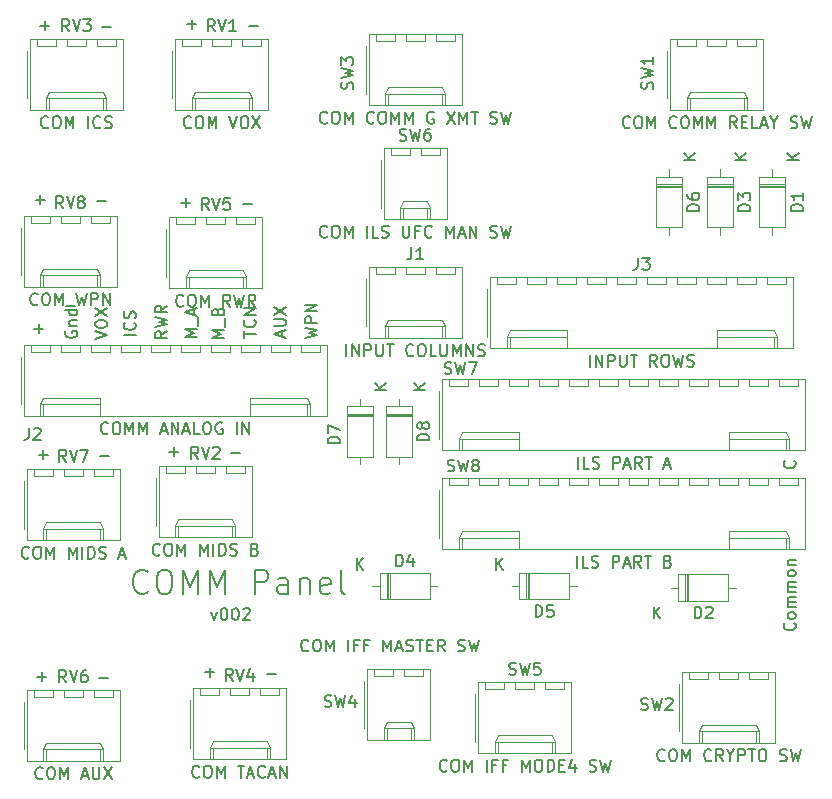
<source format=gbr>
G04 #@! TF.GenerationSoftware,KiCad,Pcbnew,(5.1.5-0-10_14)*
G04 #@! TF.CreationDate,2021-04-18T15:17:00+10:00*
G04 #@! TF.ProjectId,OH - Left Console - 7 - Communication Panel,4f48202d-204c-4656-9674-20436f6e736f,rev?*
G04 #@! TF.SameCoordinates,Original*
G04 #@! TF.FileFunction,Legend,Top*
G04 #@! TF.FilePolarity,Positive*
%FSLAX46Y46*%
G04 Gerber Fmt 4.6, Leading zero omitted, Abs format (unit mm)*
G04 Created by KiCad (PCBNEW (5.1.5-0-10_14)) date 2021-04-18 15:17:00*
%MOMM*%
%LPD*%
G04 APERTURE LIST*
%ADD10C,0.150000*%
%ADD11C,0.120000*%
G04 APERTURE END LIST*
D10*
X75652380Y-106989380D02*
X76652380Y-106751285D01*
X75938095Y-106560809D01*
X76652380Y-106370333D01*
X75652380Y-106132238D01*
X76652380Y-105751285D02*
X75652380Y-105751285D01*
X75652380Y-105370333D01*
X75700000Y-105275095D01*
X75747619Y-105227476D01*
X75842857Y-105179857D01*
X75985714Y-105179857D01*
X76080952Y-105227476D01*
X76128571Y-105275095D01*
X76176190Y-105370333D01*
X76176190Y-105751285D01*
X76652380Y-104751285D02*
X75652380Y-104751285D01*
X76652380Y-104179857D01*
X75652380Y-104179857D01*
X73699666Y-106902095D02*
X73699666Y-106425904D01*
X73985380Y-106997333D02*
X72985380Y-106664000D01*
X73985380Y-106330666D01*
X72985380Y-105997333D02*
X73794904Y-105997333D01*
X73890142Y-105949714D01*
X73937761Y-105902095D01*
X73985380Y-105806857D01*
X73985380Y-105616380D01*
X73937761Y-105521142D01*
X73890142Y-105473523D01*
X73794904Y-105425904D01*
X72985380Y-105425904D01*
X72985380Y-105044952D02*
X73985380Y-104378285D01*
X72985380Y-104378285D02*
X73985380Y-105044952D01*
X70445380Y-106973523D02*
X70445380Y-106402095D01*
X71445380Y-106687809D02*
X70445380Y-106687809D01*
X71350142Y-105497333D02*
X71397761Y-105544952D01*
X71445380Y-105687809D01*
X71445380Y-105783047D01*
X71397761Y-105925904D01*
X71302523Y-106021142D01*
X71207285Y-106068761D01*
X71016809Y-106116380D01*
X70873952Y-106116380D01*
X70683476Y-106068761D01*
X70588238Y-106021142D01*
X70493000Y-105925904D01*
X70445380Y-105783047D01*
X70445380Y-105687809D01*
X70493000Y-105544952D01*
X70540619Y-105497333D01*
X71445380Y-105068761D02*
X70445380Y-105068761D01*
X71445380Y-104497333D01*
X70445380Y-104497333D01*
X68778380Y-107005285D02*
X67778380Y-107005285D01*
X68492666Y-106671952D01*
X67778380Y-106338619D01*
X68778380Y-106338619D01*
X68873619Y-106100523D02*
X68873619Y-105338619D01*
X68254571Y-104767190D02*
X68302190Y-104624333D01*
X68349809Y-104576714D01*
X68445047Y-104529095D01*
X68587904Y-104529095D01*
X68683142Y-104576714D01*
X68730761Y-104624333D01*
X68778380Y-104719571D01*
X68778380Y-105100523D01*
X67778380Y-105100523D01*
X67778380Y-104767190D01*
X67826000Y-104671952D01*
X67873619Y-104624333D01*
X67968857Y-104576714D01*
X68064095Y-104576714D01*
X68159333Y-104624333D01*
X68206952Y-104671952D01*
X68254571Y-104767190D01*
X68254571Y-105100523D01*
X66492380Y-106933857D02*
X65492380Y-106933857D01*
X66206666Y-106600523D01*
X65492380Y-106267190D01*
X66492380Y-106267190D01*
X66587619Y-106029095D02*
X66587619Y-105267190D01*
X66206666Y-105076714D02*
X66206666Y-104600523D01*
X66492380Y-105171952D02*
X65492380Y-104838619D01*
X66492380Y-104505285D01*
X63952380Y-106425904D02*
X63476190Y-106759238D01*
X63952380Y-106997333D02*
X62952380Y-106997333D01*
X62952380Y-106616380D01*
X63000000Y-106521142D01*
X63047619Y-106473523D01*
X63142857Y-106425904D01*
X63285714Y-106425904D01*
X63380952Y-106473523D01*
X63428571Y-106521142D01*
X63476190Y-106616380D01*
X63476190Y-106997333D01*
X62952380Y-106092571D02*
X63952380Y-105854476D01*
X63238095Y-105664000D01*
X63952380Y-105473523D01*
X62952380Y-105235428D01*
X63952380Y-104283047D02*
X63476190Y-104616380D01*
X63952380Y-104854476D02*
X62952380Y-104854476D01*
X62952380Y-104473523D01*
X63000000Y-104378285D01*
X63047619Y-104330666D01*
X63142857Y-104283047D01*
X63285714Y-104283047D01*
X63380952Y-104330666D01*
X63428571Y-104378285D01*
X63476190Y-104473523D01*
X63476190Y-104854476D01*
X61285380Y-106767190D02*
X60285380Y-106767190D01*
X61190142Y-105719571D02*
X61237761Y-105767190D01*
X61285380Y-105910047D01*
X61285380Y-106005285D01*
X61237761Y-106148142D01*
X61142523Y-106243380D01*
X61047285Y-106291000D01*
X60856809Y-106338619D01*
X60713952Y-106338619D01*
X60523476Y-106291000D01*
X60428238Y-106243380D01*
X60333000Y-106148142D01*
X60285380Y-106005285D01*
X60285380Y-105910047D01*
X60333000Y-105767190D01*
X60380619Y-105719571D01*
X61237761Y-105338619D02*
X61285380Y-105195761D01*
X61285380Y-104957666D01*
X61237761Y-104862428D01*
X61190142Y-104814809D01*
X61094904Y-104767190D01*
X60999666Y-104767190D01*
X60904428Y-104814809D01*
X60856809Y-104862428D01*
X60809190Y-104957666D01*
X60761571Y-105148142D01*
X60713952Y-105243380D01*
X60666333Y-105291000D01*
X60571095Y-105338619D01*
X60475857Y-105338619D01*
X60380619Y-105291000D01*
X60333000Y-105243380D01*
X60285380Y-105148142D01*
X60285380Y-104910047D01*
X60333000Y-104767190D01*
X57872380Y-107124333D02*
X58872380Y-106791000D01*
X57872380Y-106457666D01*
X57872380Y-105933857D02*
X57872380Y-105743380D01*
X57920000Y-105648142D01*
X58015238Y-105552904D01*
X58205714Y-105505285D01*
X58539047Y-105505285D01*
X58729523Y-105552904D01*
X58824761Y-105648142D01*
X58872380Y-105743380D01*
X58872380Y-105933857D01*
X58824761Y-106029095D01*
X58729523Y-106124333D01*
X58539047Y-106171952D01*
X58205714Y-106171952D01*
X58015238Y-106124333D01*
X57920000Y-106029095D01*
X57872380Y-105933857D01*
X57872380Y-105171952D02*
X58872380Y-104505285D01*
X57872380Y-104505285D02*
X58872380Y-105171952D01*
X55380000Y-106433857D02*
X55332380Y-106529095D01*
X55332380Y-106671952D01*
X55380000Y-106814809D01*
X55475238Y-106910047D01*
X55570476Y-106957666D01*
X55760952Y-107005285D01*
X55903809Y-107005285D01*
X56094285Y-106957666D01*
X56189523Y-106910047D01*
X56284761Y-106814809D01*
X56332380Y-106671952D01*
X56332380Y-106576714D01*
X56284761Y-106433857D01*
X56237142Y-106386238D01*
X55903809Y-106386238D01*
X55903809Y-106576714D01*
X55665714Y-105957666D02*
X56332380Y-105957666D01*
X55760952Y-105957666D02*
X55713333Y-105910047D01*
X55665714Y-105814809D01*
X55665714Y-105671952D01*
X55713333Y-105576714D01*
X55808571Y-105529095D01*
X56332380Y-105529095D01*
X56332380Y-104624333D02*
X55332380Y-104624333D01*
X56284761Y-104624333D02*
X56332380Y-104719571D01*
X56332380Y-104910047D01*
X56284761Y-105005285D01*
X56237142Y-105052904D01*
X56141904Y-105100523D01*
X55856190Y-105100523D01*
X55760952Y-105052904D01*
X55713333Y-105005285D01*
X55665714Y-104910047D01*
X55665714Y-104719571D01*
X55713333Y-104624333D01*
X52705047Y-106243428D02*
X53466952Y-106243428D01*
X53086000Y-106624380D02*
X53086000Y-105862476D01*
X65659047Y-80462428D02*
X66420952Y-80462428D01*
X66040000Y-80843380D02*
X66040000Y-80081476D01*
X70866047Y-80589428D02*
X71627952Y-80589428D01*
X53213047Y-80589428D02*
X53974952Y-80589428D01*
X53594000Y-80970380D02*
X53594000Y-80208476D01*
X58420047Y-80716428D02*
X59181952Y-80716428D01*
X70358047Y-95702428D02*
X71119952Y-95702428D01*
X65151047Y-95575428D02*
X65912952Y-95575428D01*
X65532000Y-95956380D02*
X65532000Y-95194476D01*
X58039047Y-95448428D02*
X58800952Y-95448428D01*
X52832047Y-95321428D02*
X53593952Y-95321428D01*
X53213000Y-95702380D02*
X53213000Y-94940476D01*
X53086047Y-116911428D02*
X53847952Y-116911428D01*
X53467000Y-117292380D02*
X53467000Y-116530476D01*
X58293047Y-117038428D02*
X59054952Y-117038428D01*
X69342047Y-116784428D02*
X70103952Y-116784428D01*
X64135047Y-116657428D02*
X64896952Y-116657428D01*
X64516000Y-117038380D02*
X64516000Y-116276476D01*
X72390047Y-135453428D02*
X73151952Y-135453428D01*
X67183047Y-135326428D02*
X67944952Y-135326428D01*
X67564000Y-135707380D02*
X67564000Y-134945476D01*
X58166047Y-135834428D02*
X58927952Y-135834428D01*
X52959047Y-135707428D02*
X53720952Y-135707428D01*
X53340000Y-136088380D02*
X53340000Y-135326476D01*
X67675333Y-130214714D02*
X67913428Y-130881380D01*
X68151523Y-130214714D01*
X68722952Y-129881380D02*
X68818190Y-129881380D01*
X68913428Y-129929000D01*
X68961047Y-129976619D01*
X69008666Y-130071857D01*
X69056285Y-130262333D01*
X69056285Y-130500428D01*
X69008666Y-130690904D01*
X68961047Y-130786142D01*
X68913428Y-130833761D01*
X68818190Y-130881380D01*
X68722952Y-130881380D01*
X68627714Y-130833761D01*
X68580095Y-130786142D01*
X68532476Y-130690904D01*
X68484857Y-130500428D01*
X68484857Y-130262333D01*
X68532476Y-130071857D01*
X68580095Y-129976619D01*
X68627714Y-129929000D01*
X68722952Y-129881380D01*
X69675333Y-129881380D02*
X69770571Y-129881380D01*
X69865809Y-129929000D01*
X69913428Y-129976619D01*
X69961047Y-130071857D01*
X70008666Y-130262333D01*
X70008666Y-130500428D01*
X69961047Y-130690904D01*
X69913428Y-130786142D01*
X69865809Y-130833761D01*
X69770571Y-130881380D01*
X69675333Y-130881380D01*
X69580095Y-130833761D01*
X69532476Y-130786142D01*
X69484857Y-130690904D01*
X69437238Y-130500428D01*
X69437238Y-130262333D01*
X69484857Y-130071857D01*
X69532476Y-129976619D01*
X69580095Y-129929000D01*
X69675333Y-129881380D01*
X70389619Y-129976619D02*
X70437238Y-129929000D01*
X70532476Y-129881380D01*
X70770571Y-129881380D01*
X70865809Y-129929000D01*
X70913428Y-129976619D01*
X70961047Y-130071857D01*
X70961047Y-130167095D01*
X70913428Y-130309952D01*
X70342000Y-130881380D01*
X70961047Y-130881380D01*
X62310333Y-128476285D02*
X62215095Y-128571523D01*
X61929380Y-128666761D01*
X61738904Y-128666761D01*
X61453190Y-128571523D01*
X61262714Y-128381047D01*
X61167476Y-128190571D01*
X61072238Y-127809619D01*
X61072238Y-127523904D01*
X61167476Y-127142952D01*
X61262714Y-126952476D01*
X61453190Y-126762000D01*
X61738904Y-126666761D01*
X61929380Y-126666761D01*
X62215095Y-126762000D01*
X62310333Y-126857238D01*
X63548428Y-126666761D02*
X63929380Y-126666761D01*
X64119857Y-126762000D01*
X64310333Y-126952476D01*
X64405571Y-127333428D01*
X64405571Y-128000095D01*
X64310333Y-128381047D01*
X64119857Y-128571523D01*
X63929380Y-128666761D01*
X63548428Y-128666761D01*
X63357952Y-128571523D01*
X63167476Y-128381047D01*
X63072238Y-128000095D01*
X63072238Y-127333428D01*
X63167476Y-126952476D01*
X63357952Y-126762000D01*
X63548428Y-126666761D01*
X65262714Y-128666761D02*
X65262714Y-126666761D01*
X65929380Y-128095333D01*
X66596047Y-126666761D01*
X66596047Y-128666761D01*
X67548428Y-128666761D02*
X67548428Y-126666761D01*
X68215095Y-128095333D01*
X68881761Y-126666761D01*
X68881761Y-128666761D01*
X71357952Y-128666761D02*
X71357952Y-126666761D01*
X72119857Y-126666761D01*
X72310333Y-126762000D01*
X72405571Y-126857238D01*
X72500809Y-127047714D01*
X72500809Y-127333428D01*
X72405571Y-127523904D01*
X72310333Y-127619142D01*
X72119857Y-127714380D01*
X71357952Y-127714380D01*
X74215095Y-128666761D02*
X74215095Y-127619142D01*
X74119857Y-127428666D01*
X73929380Y-127333428D01*
X73548428Y-127333428D01*
X73357952Y-127428666D01*
X74215095Y-128571523D02*
X74024619Y-128666761D01*
X73548428Y-128666761D01*
X73357952Y-128571523D01*
X73262714Y-128381047D01*
X73262714Y-128190571D01*
X73357952Y-128000095D01*
X73548428Y-127904857D01*
X74024619Y-127904857D01*
X74215095Y-127809619D01*
X75167476Y-127333428D02*
X75167476Y-128666761D01*
X75167476Y-127523904D02*
X75262714Y-127428666D01*
X75453190Y-127333428D01*
X75738904Y-127333428D01*
X75929380Y-127428666D01*
X76024619Y-127619142D01*
X76024619Y-128666761D01*
X77738904Y-128571523D02*
X77548428Y-128666761D01*
X77167476Y-128666761D01*
X76977000Y-128571523D01*
X76881761Y-128381047D01*
X76881761Y-127619142D01*
X76977000Y-127428666D01*
X77167476Y-127333428D01*
X77548428Y-127333428D01*
X77738904Y-127428666D01*
X77834142Y-127619142D01*
X77834142Y-127809619D01*
X76881761Y-128000095D01*
X78977000Y-128666761D02*
X78786523Y-128571523D01*
X78691285Y-128381047D01*
X78691285Y-126666761D01*
X117070142Y-117419476D02*
X117117761Y-117467095D01*
X117165380Y-117609952D01*
X117165380Y-117705190D01*
X117117761Y-117848047D01*
X117022523Y-117943285D01*
X116927285Y-117990904D01*
X116736809Y-118038523D01*
X116593952Y-118038523D01*
X116403476Y-117990904D01*
X116308238Y-117943285D01*
X116213000Y-117848047D01*
X116165380Y-117705190D01*
X116165380Y-117609952D01*
X116213000Y-117467095D01*
X116260619Y-117419476D01*
X117070142Y-131158952D02*
X117117761Y-131206571D01*
X117165380Y-131349428D01*
X117165380Y-131444666D01*
X117117761Y-131587523D01*
X117022523Y-131682761D01*
X116927285Y-131730380D01*
X116736809Y-131778000D01*
X116593952Y-131778000D01*
X116403476Y-131730380D01*
X116308238Y-131682761D01*
X116213000Y-131587523D01*
X116165380Y-131444666D01*
X116165380Y-131349428D01*
X116213000Y-131206571D01*
X116260619Y-131158952D01*
X117165380Y-130587523D02*
X117117761Y-130682761D01*
X117070142Y-130730380D01*
X116974904Y-130778000D01*
X116689190Y-130778000D01*
X116593952Y-130730380D01*
X116546333Y-130682761D01*
X116498714Y-130587523D01*
X116498714Y-130444666D01*
X116546333Y-130349428D01*
X116593952Y-130301809D01*
X116689190Y-130254190D01*
X116974904Y-130254190D01*
X117070142Y-130301809D01*
X117117761Y-130349428D01*
X117165380Y-130444666D01*
X117165380Y-130587523D01*
X117165380Y-129825619D02*
X116498714Y-129825619D01*
X116593952Y-129825619D02*
X116546333Y-129778000D01*
X116498714Y-129682761D01*
X116498714Y-129539904D01*
X116546333Y-129444666D01*
X116641571Y-129397047D01*
X117165380Y-129397047D01*
X116641571Y-129397047D02*
X116546333Y-129349428D01*
X116498714Y-129254190D01*
X116498714Y-129111333D01*
X116546333Y-129016095D01*
X116641571Y-128968476D01*
X117165380Y-128968476D01*
X117165380Y-128492285D02*
X116498714Y-128492285D01*
X116593952Y-128492285D02*
X116546333Y-128444666D01*
X116498714Y-128349428D01*
X116498714Y-128206571D01*
X116546333Y-128111333D01*
X116641571Y-128063714D01*
X117165380Y-128063714D01*
X116641571Y-128063714D02*
X116546333Y-128016095D01*
X116498714Y-127920857D01*
X116498714Y-127778000D01*
X116546333Y-127682761D01*
X116641571Y-127635142D01*
X117165380Y-127635142D01*
X117165380Y-127016095D02*
X117117761Y-127111333D01*
X117070142Y-127158952D01*
X116974904Y-127206571D01*
X116689190Y-127206571D01*
X116593952Y-127158952D01*
X116546333Y-127111333D01*
X116498714Y-127016095D01*
X116498714Y-126873238D01*
X116546333Y-126778000D01*
X116593952Y-126730380D01*
X116689190Y-126682761D01*
X116974904Y-126682761D01*
X117070142Y-126730380D01*
X117117761Y-126778000D01*
X117165380Y-126873238D01*
X117165380Y-127016095D01*
X116498714Y-126254190D02*
X117165380Y-126254190D01*
X116593952Y-126254190D02*
X116546333Y-126206571D01*
X116498714Y-126111333D01*
X116498714Y-125968476D01*
X116546333Y-125873238D01*
X116641571Y-125825619D01*
X117165380Y-125825619D01*
D11*
X97574000Y-136762000D02*
X97574000Y-136162000D01*
X95974000Y-136762000D02*
X97574000Y-136762000D01*
X95974000Y-136162000D02*
X95974000Y-136762000D01*
X95034000Y-136762000D02*
X95034000Y-136162000D01*
X93434000Y-136762000D02*
X95034000Y-136762000D01*
X93434000Y-136162000D02*
X93434000Y-136762000D01*
X92494000Y-136762000D02*
X92494000Y-136162000D01*
X90894000Y-136762000D02*
X92494000Y-136762000D01*
X90894000Y-136162000D02*
X90894000Y-136762000D01*
X96524000Y-142182000D02*
X96524000Y-141182000D01*
X91944000Y-142182000D02*
X91944000Y-141182000D01*
X96524000Y-140652000D02*
X96774000Y-141182000D01*
X91944000Y-140652000D02*
X96524000Y-140652000D01*
X91694000Y-141182000D02*
X91944000Y-140652000D01*
X96774000Y-141182000D02*
X96774000Y-142182000D01*
X91694000Y-141182000D02*
X96774000Y-141182000D01*
X91694000Y-142182000D02*
X91694000Y-141182000D01*
X90024000Y-137192000D02*
X90024000Y-141192000D01*
X98154000Y-136162000D02*
X90314000Y-136162000D01*
X98154000Y-142182000D02*
X98154000Y-136162000D01*
X90314000Y-142182000D02*
X98154000Y-142182000D01*
X90314000Y-136162000D02*
X90314000Y-142182000D01*
X117386000Y-119490000D02*
X117386000Y-118890000D01*
X115786000Y-119490000D02*
X117386000Y-119490000D01*
X115786000Y-118890000D02*
X115786000Y-119490000D01*
X114846000Y-119490000D02*
X114846000Y-118890000D01*
X113246000Y-119490000D02*
X114846000Y-119490000D01*
X113246000Y-118890000D02*
X113246000Y-119490000D01*
X112306000Y-119490000D02*
X112306000Y-118890000D01*
X110706000Y-119490000D02*
X112306000Y-119490000D01*
X110706000Y-118890000D02*
X110706000Y-119490000D01*
X109766000Y-119490000D02*
X109766000Y-118890000D01*
X108166000Y-119490000D02*
X109766000Y-119490000D01*
X108166000Y-118890000D02*
X108166000Y-119490000D01*
X107226000Y-119490000D02*
X107226000Y-118890000D01*
X105626000Y-119490000D02*
X107226000Y-119490000D01*
X105626000Y-118890000D02*
X105626000Y-119490000D01*
X104686000Y-119490000D02*
X104686000Y-118890000D01*
X103086000Y-119490000D02*
X104686000Y-119490000D01*
X103086000Y-118890000D02*
X103086000Y-119490000D01*
X102146000Y-119490000D02*
X102146000Y-118890000D01*
X100546000Y-119490000D02*
X102146000Y-119490000D01*
X100546000Y-118890000D02*
X100546000Y-119490000D01*
X99606000Y-119490000D02*
X99606000Y-118890000D01*
X98006000Y-119490000D02*
X99606000Y-119490000D01*
X98006000Y-118890000D02*
X98006000Y-119490000D01*
X97066000Y-119490000D02*
X97066000Y-118890000D01*
X95466000Y-119490000D02*
X97066000Y-119490000D01*
X95466000Y-118890000D02*
X95466000Y-119490000D01*
X94526000Y-119490000D02*
X94526000Y-118890000D01*
X92926000Y-119490000D02*
X94526000Y-119490000D01*
X92926000Y-118890000D02*
X92926000Y-119490000D01*
X91986000Y-119490000D02*
X91986000Y-118890000D01*
X90386000Y-119490000D02*
X91986000Y-119490000D01*
X90386000Y-118890000D02*
X90386000Y-119490000D01*
X89446000Y-119490000D02*
X89446000Y-118890000D01*
X87846000Y-119490000D02*
X89446000Y-119490000D01*
X87846000Y-118890000D02*
X87846000Y-119490000D01*
X116336000Y-124910000D02*
X116336000Y-123910000D01*
X111506000Y-123380000D02*
X111506000Y-123910000D01*
X116336000Y-123380000D02*
X111506000Y-123380000D01*
X116586000Y-123910000D02*
X116336000Y-123380000D01*
X111506000Y-123910000D02*
X111506000Y-124910000D01*
X116586000Y-123910000D02*
X111506000Y-123910000D01*
X116586000Y-124910000D02*
X116586000Y-123910000D01*
X88896000Y-124910000D02*
X88896000Y-123910000D01*
X93726000Y-123380000D02*
X93726000Y-123910000D01*
X88896000Y-123380000D02*
X93726000Y-123380000D01*
X88646000Y-123910000D02*
X88896000Y-123380000D01*
X93726000Y-123910000D02*
X93726000Y-124910000D01*
X88646000Y-123910000D02*
X93726000Y-123910000D01*
X88646000Y-124910000D02*
X88646000Y-123910000D01*
X86976000Y-119920000D02*
X86976000Y-123920000D01*
X117966000Y-118890000D02*
X87266000Y-118890000D01*
X117966000Y-124910000D02*
X117966000Y-118890000D01*
X87266000Y-124910000D02*
X117966000Y-124910000D01*
X87266000Y-118890000D02*
X87266000Y-124910000D01*
X117386000Y-111108000D02*
X117386000Y-110508000D01*
X115786000Y-111108000D02*
X117386000Y-111108000D01*
X115786000Y-110508000D02*
X115786000Y-111108000D01*
X114846000Y-111108000D02*
X114846000Y-110508000D01*
X113246000Y-111108000D02*
X114846000Y-111108000D01*
X113246000Y-110508000D02*
X113246000Y-111108000D01*
X112306000Y-111108000D02*
X112306000Y-110508000D01*
X110706000Y-111108000D02*
X112306000Y-111108000D01*
X110706000Y-110508000D02*
X110706000Y-111108000D01*
X109766000Y-111108000D02*
X109766000Y-110508000D01*
X108166000Y-111108000D02*
X109766000Y-111108000D01*
X108166000Y-110508000D02*
X108166000Y-111108000D01*
X107226000Y-111108000D02*
X107226000Y-110508000D01*
X105626000Y-111108000D02*
X107226000Y-111108000D01*
X105626000Y-110508000D02*
X105626000Y-111108000D01*
X104686000Y-111108000D02*
X104686000Y-110508000D01*
X103086000Y-111108000D02*
X104686000Y-111108000D01*
X103086000Y-110508000D02*
X103086000Y-111108000D01*
X102146000Y-111108000D02*
X102146000Y-110508000D01*
X100546000Y-111108000D02*
X102146000Y-111108000D01*
X100546000Y-110508000D02*
X100546000Y-111108000D01*
X99606000Y-111108000D02*
X99606000Y-110508000D01*
X98006000Y-111108000D02*
X99606000Y-111108000D01*
X98006000Y-110508000D02*
X98006000Y-111108000D01*
X97066000Y-111108000D02*
X97066000Y-110508000D01*
X95466000Y-111108000D02*
X97066000Y-111108000D01*
X95466000Y-110508000D02*
X95466000Y-111108000D01*
X94526000Y-111108000D02*
X94526000Y-110508000D01*
X92926000Y-111108000D02*
X94526000Y-111108000D01*
X92926000Y-110508000D02*
X92926000Y-111108000D01*
X91986000Y-111108000D02*
X91986000Y-110508000D01*
X90386000Y-111108000D02*
X91986000Y-111108000D01*
X90386000Y-110508000D02*
X90386000Y-111108000D01*
X89446000Y-111108000D02*
X89446000Y-110508000D01*
X87846000Y-111108000D02*
X89446000Y-111108000D01*
X87846000Y-110508000D02*
X87846000Y-111108000D01*
X116336000Y-116528000D02*
X116336000Y-115528000D01*
X111506000Y-114998000D02*
X111506000Y-115528000D01*
X116336000Y-114998000D02*
X111506000Y-114998000D01*
X116586000Y-115528000D02*
X116336000Y-114998000D01*
X111506000Y-115528000D02*
X111506000Y-116528000D01*
X116586000Y-115528000D02*
X111506000Y-115528000D01*
X116586000Y-116528000D02*
X116586000Y-115528000D01*
X88896000Y-116528000D02*
X88896000Y-115528000D01*
X93726000Y-114998000D02*
X93726000Y-115528000D01*
X88896000Y-114998000D02*
X93726000Y-114998000D01*
X88646000Y-115528000D02*
X88896000Y-114998000D01*
X93726000Y-115528000D02*
X93726000Y-116528000D01*
X88646000Y-115528000D02*
X93726000Y-115528000D01*
X88646000Y-116528000D02*
X88646000Y-115528000D01*
X86976000Y-111538000D02*
X86976000Y-115538000D01*
X117966000Y-110508000D02*
X87266000Y-110508000D01*
X117966000Y-116528000D02*
X117966000Y-110508000D01*
X87266000Y-116528000D02*
X117966000Y-116528000D01*
X87266000Y-110508000D02*
X87266000Y-116528000D01*
X76873000Y-108187000D02*
X76873000Y-107587000D01*
X75273000Y-108187000D02*
X76873000Y-108187000D01*
X75273000Y-107587000D02*
X75273000Y-108187000D01*
X74333000Y-108187000D02*
X74333000Y-107587000D01*
X72733000Y-108187000D02*
X74333000Y-108187000D01*
X72733000Y-107587000D02*
X72733000Y-108187000D01*
X71793000Y-108187000D02*
X71793000Y-107587000D01*
X70193000Y-108187000D02*
X71793000Y-108187000D01*
X70193000Y-107587000D02*
X70193000Y-108187000D01*
X69253000Y-108187000D02*
X69253000Y-107587000D01*
X67653000Y-108187000D02*
X69253000Y-108187000D01*
X67653000Y-107587000D02*
X67653000Y-108187000D01*
X66713000Y-108187000D02*
X66713000Y-107587000D01*
X65113000Y-108187000D02*
X66713000Y-108187000D01*
X65113000Y-107587000D02*
X65113000Y-108187000D01*
X64173000Y-108187000D02*
X64173000Y-107587000D01*
X62573000Y-108187000D02*
X64173000Y-108187000D01*
X62573000Y-107587000D02*
X62573000Y-108187000D01*
X61633000Y-108187000D02*
X61633000Y-107587000D01*
X60033000Y-108187000D02*
X61633000Y-108187000D01*
X60033000Y-107587000D02*
X60033000Y-108187000D01*
X59093000Y-108187000D02*
X59093000Y-107587000D01*
X57493000Y-108187000D02*
X59093000Y-108187000D01*
X57493000Y-107587000D02*
X57493000Y-108187000D01*
X56553000Y-108187000D02*
X56553000Y-107587000D01*
X54953000Y-108187000D02*
X56553000Y-108187000D01*
X54953000Y-107587000D02*
X54953000Y-108187000D01*
X54013000Y-108187000D02*
X54013000Y-107587000D01*
X52413000Y-108187000D02*
X54013000Y-108187000D01*
X52413000Y-107587000D02*
X52413000Y-108187000D01*
X75823000Y-113607000D02*
X75823000Y-112607000D01*
X70993000Y-112077000D02*
X70993000Y-112607000D01*
X75823000Y-112077000D02*
X70993000Y-112077000D01*
X76073000Y-112607000D02*
X75823000Y-112077000D01*
X70993000Y-112607000D02*
X70993000Y-113607000D01*
X76073000Y-112607000D02*
X70993000Y-112607000D01*
X76073000Y-113607000D02*
X76073000Y-112607000D01*
X53463000Y-113607000D02*
X53463000Y-112607000D01*
X58293000Y-112077000D02*
X58293000Y-112607000D01*
X53463000Y-112077000D02*
X58293000Y-112077000D01*
X53213000Y-112607000D02*
X53463000Y-112077000D01*
X58293000Y-112607000D02*
X58293000Y-113607000D01*
X53213000Y-112607000D02*
X58293000Y-112607000D01*
X53213000Y-113607000D02*
X53213000Y-112607000D01*
X51543000Y-108617000D02*
X51543000Y-112617000D01*
X77453000Y-107587000D02*
X51833000Y-107587000D01*
X77453000Y-113607000D02*
X77453000Y-107587000D01*
X51833000Y-113607000D02*
X77453000Y-113607000D01*
X51833000Y-107587000D02*
X51833000Y-113607000D01*
X87033000Y-91550000D02*
X87033000Y-90950000D01*
X85433000Y-91550000D02*
X87033000Y-91550000D01*
X85433000Y-90950000D02*
X85433000Y-91550000D01*
X84493000Y-91550000D02*
X84493000Y-90950000D01*
X82893000Y-91550000D02*
X84493000Y-91550000D01*
X82893000Y-90950000D02*
X82893000Y-91550000D01*
X85983000Y-96970000D02*
X85983000Y-95970000D01*
X83943000Y-96970000D02*
X83943000Y-95970000D01*
X85983000Y-95440000D02*
X86233000Y-95970000D01*
X83943000Y-95440000D02*
X85983000Y-95440000D01*
X83693000Y-95970000D02*
X83943000Y-95440000D01*
X86233000Y-95970000D02*
X86233000Y-96970000D01*
X83693000Y-95970000D02*
X86233000Y-95970000D01*
X83693000Y-96970000D02*
X83693000Y-95970000D01*
X82023000Y-91980000D02*
X82023000Y-95980000D01*
X87613000Y-90950000D02*
X82313000Y-90950000D01*
X87613000Y-96970000D02*
X87613000Y-90950000D01*
X82313000Y-96970000D02*
X87613000Y-96970000D01*
X82313000Y-90950000D02*
X82313000Y-96970000D01*
X85636000Y-135619000D02*
X85636000Y-135019000D01*
X84036000Y-135619000D02*
X85636000Y-135619000D01*
X84036000Y-135019000D02*
X84036000Y-135619000D01*
X83096000Y-135619000D02*
X83096000Y-135019000D01*
X81496000Y-135619000D02*
X83096000Y-135619000D01*
X81496000Y-135019000D02*
X81496000Y-135619000D01*
X84586000Y-141039000D02*
X84586000Y-140039000D01*
X82546000Y-141039000D02*
X82546000Y-140039000D01*
X84586000Y-139509000D02*
X84836000Y-140039000D01*
X82546000Y-139509000D02*
X84586000Y-139509000D01*
X82296000Y-140039000D02*
X82546000Y-139509000D01*
X84836000Y-140039000D02*
X84836000Y-141039000D01*
X82296000Y-140039000D02*
X84836000Y-140039000D01*
X82296000Y-141039000D02*
X82296000Y-140039000D01*
X80626000Y-136049000D02*
X80626000Y-140049000D01*
X86216000Y-135019000D02*
X80916000Y-135019000D01*
X86216000Y-141039000D02*
X86216000Y-135019000D01*
X80916000Y-141039000D02*
X86216000Y-141039000D01*
X80916000Y-135019000D02*
X80916000Y-141039000D01*
X88303000Y-81898000D02*
X88303000Y-81298000D01*
X86703000Y-81898000D02*
X88303000Y-81898000D01*
X86703000Y-81298000D02*
X86703000Y-81898000D01*
X85763000Y-81898000D02*
X85763000Y-81298000D01*
X84163000Y-81898000D02*
X85763000Y-81898000D01*
X84163000Y-81298000D02*
X84163000Y-81898000D01*
X83223000Y-81898000D02*
X83223000Y-81298000D01*
X81623000Y-81898000D02*
X83223000Y-81898000D01*
X81623000Y-81298000D02*
X81623000Y-81898000D01*
X87253000Y-87318000D02*
X87253000Y-86318000D01*
X82673000Y-87318000D02*
X82673000Y-86318000D01*
X87253000Y-85788000D02*
X87503000Y-86318000D01*
X82673000Y-85788000D02*
X87253000Y-85788000D01*
X82423000Y-86318000D02*
X82673000Y-85788000D01*
X87503000Y-86318000D02*
X87503000Y-87318000D01*
X82423000Y-86318000D02*
X87503000Y-86318000D01*
X82423000Y-87318000D02*
X82423000Y-86318000D01*
X80753000Y-82328000D02*
X80753000Y-86328000D01*
X88883000Y-81298000D02*
X81043000Y-81298000D01*
X88883000Y-87318000D02*
X88883000Y-81298000D01*
X81043000Y-87318000D02*
X88883000Y-87318000D01*
X81043000Y-81298000D02*
X81043000Y-87318000D01*
X113830000Y-82279000D02*
X113830000Y-81679000D01*
X112230000Y-82279000D02*
X113830000Y-82279000D01*
X112230000Y-81679000D02*
X112230000Y-82279000D01*
X111290000Y-82279000D02*
X111290000Y-81679000D01*
X109690000Y-82279000D02*
X111290000Y-82279000D01*
X109690000Y-81679000D02*
X109690000Y-82279000D01*
X108750000Y-82279000D02*
X108750000Y-81679000D01*
X107150000Y-82279000D02*
X108750000Y-82279000D01*
X107150000Y-81679000D02*
X107150000Y-82279000D01*
X112780000Y-87699000D02*
X112780000Y-86699000D01*
X108200000Y-87699000D02*
X108200000Y-86699000D01*
X112780000Y-86169000D02*
X113030000Y-86699000D01*
X108200000Y-86169000D02*
X112780000Y-86169000D01*
X107950000Y-86699000D02*
X108200000Y-86169000D01*
X113030000Y-86699000D02*
X113030000Y-87699000D01*
X107950000Y-86699000D02*
X113030000Y-86699000D01*
X107950000Y-87699000D02*
X107950000Y-86699000D01*
X106280000Y-82709000D02*
X106280000Y-86709000D01*
X114410000Y-81679000D02*
X106570000Y-81679000D01*
X114410000Y-87699000D02*
X114410000Y-81679000D01*
X106570000Y-87699000D02*
X114410000Y-87699000D01*
X106570000Y-81679000D02*
X106570000Y-87699000D01*
X114846000Y-135873000D02*
X114846000Y-135273000D01*
X113246000Y-135873000D02*
X114846000Y-135873000D01*
X113246000Y-135273000D02*
X113246000Y-135873000D01*
X112306000Y-135873000D02*
X112306000Y-135273000D01*
X110706000Y-135873000D02*
X112306000Y-135873000D01*
X110706000Y-135273000D02*
X110706000Y-135873000D01*
X109766000Y-135873000D02*
X109766000Y-135273000D01*
X108166000Y-135873000D02*
X109766000Y-135873000D01*
X108166000Y-135273000D02*
X108166000Y-135873000D01*
X113796000Y-141293000D02*
X113796000Y-140293000D01*
X109216000Y-141293000D02*
X109216000Y-140293000D01*
X113796000Y-139763000D02*
X114046000Y-140293000D01*
X109216000Y-139763000D02*
X113796000Y-139763000D01*
X108966000Y-140293000D02*
X109216000Y-139763000D01*
X114046000Y-140293000D02*
X114046000Y-141293000D01*
X108966000Y-140293000D02*
X114046000Y-140293000D01*
X108966000Y-141293000D02*
X108966000Y-140293000D01*
X107296000Y-136303000D02*
X107296000Y-140303000D01*
X115426000Y-135273000D02*
X107586000Y-135273000D01*
X115426000Y-141293000D02*
X115426000Y-135273000D01*
X107586000Y-141293000D02*
X115426000Y-141293000D01*
X107586000Y-135273000D02*
X107586000Y-141293000D01*
X59093000Y-97265000D02*
X59093000Y-96665000D01*
X57493000Y-97265000D02*
X59093000Y-97265000D01*
X57493000Y-96665000D02*
X57493000Y-97265000D01*
X56553000Y-97265000D02*
X56553000Y-96665000D01*
X54953000Y-97265000D02*
X56553000Y-97265000D01*
X54953000Y-96665000D02*
X54953000Y-97265000D01*
X54013000Y-97265000D02*
X54013000Y-96665000D01*
X52413000Y-97265000D02*
X54013000Y-97265000D01*
X52413000Y-96665000D02*
X52413000Y-97265000D01*
X58043000Y-102685000D02*
X58043000Y-101685000D01*
X53463000Y-102685000D02*
X53463000Y-101685000D01*
X58043000Y-101155000D02*
X58293000Y-101685000D01*
X53463000Y-101155000D02*
X58043000Y-101155000D01*
X53213000Y-101685000D02*
X53463000Y-101155000D01*
X58293000Y-101685000D02*
X58293000Y-102685000D01*
X53213000Y-101685000D02*
X58293000Y-101685000D01*
X53213000Y-102685000D02*
X53213000Y-101685000D01*
X51543000Y-97695000D02*
X51543000Y-101695000D01*
X59673000Y-96665000D02*
X51833000Y-96665000D01*
X59673000Y-102685000D02*
X59673000Y-96665000D01*
X51833000Y-102685000D02*
X59673000Y-102685000D01*
X51833000Y-96665000D02*
X51833000Y-102685000D01*
X59347000Y-118728000D02*
X59347000Y-118128000D01*
X57747000Y-118728000D02*
X59347000Y-118728000D01*
X57747000Y-118128000D02*
X57747000Y-118728000D01*
X56807000Y-118728000D02*
X56807000Y-118128000D01*
X55207000Y-118728000D02*
X56807000Y-118728000D01*
X55207000Y-118128000D02*
X55207000Y-118728000D01*
X54267000Y-118728000D02*
X54267000Y-118128000D01*
X52667000Y-118728000D02*
X54267000Y-118728000D01*
X52667000Y-118128000D02*
X52667000Y-118728000D01*
X58297000Y-124148000D02*
X58297000Y-123148000D01*
X53717000Y-124148000D02*
X53717000Y-123148000D01*
X58297000Y-122618000D02*
X58547000Y-123148000D01*
X53717000Y-122618000D02*
X58297000Y-122618000D01*
X53467000Y-123148000D02*
X53717000Y-122618000D01*
X58547000Y-123148000D02*
X58547000Y-124148000D01*
X53467000Y-123148000D02*
X58547000Y-123148000D01*
X53467000Y-124148000D02*
X53467000Y-123148000D01*
X51797000Y-119158000D02*
X51797000Y-123158000D01*
X59927000Y-118128000D02*
X52087000Y-118128000D01*
X59927000Y-124148000D02*
X59927000Y-118128000D01*
X52087000Y-124148000D02*
X59927000Y-124148000D01*
X52087000Y-118128000D02*
X52087000Y-124148000D01*
X59347000Y-137397000D02*
X59347000Y-136797000D01*
X57747000Y-137397000D02*
X59347000Y-137397000D01*
X57747000Y-136797000D02*
X57747000Y-137397000D01*
X56807000Y-137397000D02*
X56807000Y-136797000D01*
X55207000Y-137397000D02*
X56807000Y-137397000D01*
X55207000Y-136797000D02*
X55207000Y-137397000D01*
X54267000Y-137397000D02*
X54267000Y-136797000D01*
X52667000Y-137397000D02*
X54267000Y-137397000D01*
X52667000Y-136797000D02*
X52667000Y-137397000D01*
X58297000Y-142817000D02*
X58297000Y-141817000D01*
X53717000Y-142817000D02*
X53717000Y-141817000D01*
X58297000Y-141287000D02*
X58547000Y-141817000D01*
X53717000Y-141287000D02*
X58297000Y-141287000D01*
X53467000Y-141817000D02*
X53717000Y-141287000D01*
X58547000Y-141817000D02*
X58547000Y-142817000D01*
X53467000Y-141817000D02*
X58547000Y-141817000D01*
X53467000Y-142817000D02*
X53467000Y-141817000D01*
X51797000Y-137827000D02*
X51797000Y-141827000D01*
X59927000Y-136797000D02*
X52087000Y-136797000D01*
X59927000Y-142817000D02*
X59927000Y-136797000D01*
X52087000Y-142817000D02*
X59927000Y-142817000D01*
X52087000Y-136797000D02*
X52087000Y-142817000D01*
X71412000Y-97392000D02*
X71412000Y-96792000D01*
X69812000Y-97392000D02*
X71412000Y-97392000D01*
X69812000Y-96792000D02*
X69812000Y-97392000D01*
X68872000Y-97392000D02*
X68872000Y-96792000D01*
X67272000Y-97392000D02*
X68872000Y-97392000D01*
X67272000Y-96792000D02*
X67272000Y-97392000D01*
X66332000Y-97392000D02*
X66332000Y-96792000D01*
X64732000Y-97392000D02*
X66332000Y-97392000D01*
X64732000Y-96792000D02*
X64732000Y-97392000D01*
X70362000Y-102812000D02*
X70362000Y-101812000D01*
X65782000Y-102812000D02*
X65782000Y-101812000D01*
X70362000Y-101282000D02*
X70612000Y-101812000D01*
X65782000Y-101282000D02*
X70362000Y-101282000D01*
X65532000Y-101812000D02*
X65782000Y-101282000D01*
X70612000Y-101812000D02*
X70612000Y-102812000D01*
X65532000Y-101812000D02*
X70612000Y-101812000D01*
X65532000Y-102812000D02*
X65532000Y-101812000D01*
X63862000Y-97822000D02*
X63862000Y-101822000D01*
X71992000Y-96792000D02*
X64152000Y-96792000D01*
X71992000Y-102812000D02*
X71992000Y-96792000D01*
X64152000Y-102812000D02*
X71992000Y-102812000D01*
X64152000Y-96792000D02*
X64152000Y-102812000D01*
X73444000Y-137270000D02*
X73444000Y-136670000D01*
X71844000Y-137270000D02*
X73444000Y-137270000D01*
X71844000Y-136670000D02*
X71844000Y-137270000D01*
X70904000Y-137270000D02*
X70904000Y-136670000D01*
X69304000Y-137270000D02*
X70904000Y-137270000D01*
X69304000Y-136670000D02*
X69304000Y-137270000D01*
X68364000Y-137270000D02*
X68364000Y-136670000D01*
X66764000Y-137270000D02*
X68364000Y-137270000D01*
X66764000Y-136670000D02*
X66764000Y-137270000D01*
X72394000Y-142690000D02*
X72394000Y-141690000D01*
X67814000Y-142690000D02*
X67814000Y-141690000D01*
X72394000Y-141160000D02*
X72644000Y-141690000D01*
X67814000Y-141160000D02*
X72394000Y-141160000D01*
X67564000Y-141690000D02*
X67814000Y-141160000D01*
X72644000Y-141690000D02*
X72644000Y-142690000D01*
X67564000Y-141690000D02*
X72644000Y-141690000D01*
X67564000Y-142690000D02*
X67564000Y-141690000D01*
X65894000Y-137700000D02*
X65894000Y-141700000D01*
X74024000Y-136670000D02*
X66184000Y-136670000D01*
X74024000Y-142690000D02*
X74024000Y-136670000D01*
X66184000Y-142690000D02*
X74024000Y-142690000D01*
X66184000Y-136670000D02*
X66184000Y-142690000D01*
X59601000Y-82279000D02*
X59601000Y-81679000D01*
X58001000Y-82279000D02*
X59601000Y-82279000D01*
X58001000Y-81679000D02*
X58001000Y-82279000D01*
X57061000Y-82279000D02*
X57061000Y-81679000D01*
X55461000Y-82279000D02*
X57061000Y-82279000D01*
X55461000Y-81679000D02*
X55461000Y-82279000D01*
X54521000Y-82279000D02*
X54521000Y-81679000D01*
X52921000Y-82279000D02*
X54521000Y-82279000D01*
X52921000Y-81679000D02*
X52921000Y-82279000D01*
X58551000Y-87699000D02*
X58551000Y-86699000D01*
X53971000Y-87699000D02*
X53971000Y-86699000D01*
X58551000Y-86169000D02*
X58801000Y-86699000D01*
X53971000Y-86169000D02*
X58551000Y-86169000D01*
X53721000Y-86699000D02*
X53971000Y-86169000D01*
X58801000Y-86699000D02*
X58801000Y-87699000D01*
X53721000Y-86699000D02*
X58801000Y-86699000D01*
X53721000Y-87699000D02*
X53721000Y-86699000D01*
X52051000Y-82709000D02*
X52051000Y-86709000D01*
X60181000Y-81679000D02*
X52341000Y-81679000D01*
X60181000Y-87699000D02*
X60181000Y-81679000D01*
X52341000Y-87699000D02*
X60181000Y-87699000D01*
X52341000Y-81679000D02*
X52341000Y-87699000D01*
X70523000Y-118474000D02*
X70523000Y-117874000D01*
X68923000Y-118474000D02*
X70523000Y-118474000D01*
X68923000Y-117874000D02*
X68923000Y-118474000D01*
X67983000Y-118474000D02*
X67983000Y-117874000D01*
X66383000Y-118474000D02*
X67983000Y-118474000D01*
X66383000Y-117874000D02*
X66383000Y-118474000D01*
X65443000Y-118474000D02*
X65443000Y-117874000D01*
X63843000Y-118474000D02*
X65443000Y-118474000D01*
X63843000Y-117874000D02*
X63843000Y-118474000D01*
X69473000Y-123894000D02*
X69473000Y-122894000D01*
X64893000Y-123894000D02*
X64893000Y-122894000D01*
X69473000Y-122364000D02*
X69723000Y-122894000D01*
X64893000Y-122364000D02*
X69473000Y-122364000D01*
X64643000Y-122894000D02*
X64893000Y-122364000D01*
X69723000Y-122894000D02*
X69723000Y-123894000D01*
X64643000Y-122894000D02*
X69723000Y-122894000D01*
X64643000Y-123894000D02*
X64643000Y-122894000D01*
X62973000Y-118904000D02*
X62973000Y-122904000D01*
X71103000Y-117874000D02*
X63263000Y-117874000D01*
X71103000Y-123894000D02*
X71103000Y-117874000D01*
X63263000Y-123894000D02*
X71103000Y-123894000D01*
X63263000Y-117874000D02*
X63263000Y-123894000D01*
X71920000Y-82279000D02*
X71920000Y-81679000D01*
X70320000Y-82279000D02*
X71920000Y-82279000D01*
X70320000Y-81679000D02*
X70320000Y-82279000D01*
X69380000Y-82279000D02*
X69380000Y-81679000D01*
X67780000Y-82279000D02*
X69380000Y-82279000D01*
X67780000Y-81679000D02*
X67780000Y-82279000D01*
X66840000Y-82279000D02*
X66840000Y-81679000D01*
X65240000Y-82279000D02*
X66840000Y-82279000D01*
X65240000Y-81679000D02*
X65240000Y-82279000D01*
X70870000Y-87699000D02*
X70870000Y-86699000D01*
X66290000Y-87699000D02*
X66290000Y-86699000D01*
X70870000Y-86169000D02*
X71120000Y-86699000D01*
X66290000Y-86169000D02*
X70870000Y-86169000D01*
X66040000Y-86699000D02*
X66290000Y-86169000D01*
X71120000Y-86699000D02*
X71120000Y-87699000D01*
X66040000Y-86699000D02*
X71120000Y-86699000D01*
X66040000Y-87699000D02*
X66040000Y-86699000D01*
X64370000Y-82709000D02*
X64370000Y-86709000D01*
X72500000Y-81679000D02*
X64660000Y-81679000D01*
X72500000Y-87699000D02*
X72500000Y-81679000D01*
X64660000Y-87699000D02*
X72500000Y-87699000D01*
X64660000Y-81679000D02*
X64660000Y-87699000D01*
X116370000Y-102472000D02*
X116370000Y-101872000D01*
X114770000Y-102472000D02*
X116370000Y-102472000D01*
X114770000Y-101872000D02*
X114770000Y-102472000D01*
X113830000Y-102472000D02*
X113830000Y-101872000D01*
X112230000Y-102472000D02*
X113830000Y-102472000D01*
X112230000Y-101872000D02*
X112230000Y-102472000D01*
X111290000Y-102472000D02*
X111290000Y-101872000D01*
X109690000Y-102472000D02*
X111290000Y-102472000D01*
X109690000Y-101872000D02*
X109690000Y-102472000D01*
X108750000Y-102472000D02*
X108750000Y-101872000D01*
X107150000Y-102472000D02*
X108750000Y-102472000D01*
X107150000Y-101872000D02*
X107150000Y-102472000D01*
X106210000Y-102472000D02*
X106210000Y-101872000D01*
X104610000Y-102472000D02*
X106210000Y-102472000D01*
X104610000Y-101872000D02*
X104610000Y-102472000D01*
X103670000Y-102472000D02*
X103670000Y-101872000D01*
X102070000Y-102472000D02*
X103670000Y-102472000D01*
X102070000Y-101872000D02*
X102070000Y-102472000D01*
X101130000Y-102472000D02*
X101130000Y-101872000D01*
X99530000Y-102472000D02*
X101130000Y-102472000D01*
X99530000Y-101872000D02*
X99530000Y-102472000D01*
X98590000Y-102472000D02*
X98590000Y-101872000D01*
X96990000Y-102472000D02*
X98590000Y-102472000D01*
X96990000Y-101872000D02*
X96990000Y-102472000D01*
X96050000Y-102472000D02*
X96050000Y-101872000D01*
X94450000Y-102472000D02*
X96050000Y-102472000D01*
X94450000Y-101872000D02*
X94450000Y-102472000D01*
X93510000Y-102472000D02*
X93510000Y-101872000D01*
X91910000Y-102472000D02*
X93510000Y-102472000D01*
X91910000Y-101872000D02*
X91910000Y-102472000D01*
X115320000Y-107892000D02*
X115320000Y-106892000D01*
X110490000Y-106362000D02*
X110490000Y-106892000D01*
X115320000Y-106362000D02*
X110490000Y-106362000D01*
X115570000Y-106892000D02*
X115320000Y-106362000D01*
X110490000Y-106892000D02*
X110490000Y-107892000D01*
X115570000Y-106892000D02*
X110490000Y-106892000D01*
X115570000Y-107892000D02*
X115570000Y-106892000D01*
X92960000Y-107892000D02*
X92960000Y-106892000D01*
X97790000Y-106362000D02*
X97790000Y-106892000D01*
X92960000Y-106362000D02*
X97790000Y-106362000D01*
X92710000Y-106892000D02*
X92960000Y-106362000D01*
X97790000Y-106892000D02*
X97790000Y-107892000D01*
X92710000Y-106892000D02*
X97790000Y-106892000D01*
X92710000Y-107892000D02*
X92710000Y-106892000D01*
X91040000Y-102902000D02*
X91040000Y-106902000D01*
X116950000Y-101872000D02*
X91330000Y-101872000D01*
X116950000Y-107892000D02*
X116950000Y-101872000D01*
X91330000Y-107892000D02*
X116950000Y-107892000D01*
X91330000Y-101872000D02*
X91330000Y-107892000D01*
X88303000Y-101583000D02*
X88303000Y-100983000D01*
X86703000Y-101583000D02*
X88303000Y-101583000D01*
X86703000Y-100983000D02*
X86703000Y-101583000D01*
X85763000Y-101583000D02*
X85763000Y-100983000D01*
X84163000Y-101583000D02*
X85763000Y-101583000D01*
X84163000Y-100983000D02*
X84163000Y-101583000D01*
X83223000Y-101583000D02*
X83223000Y-100983000D01*
X81623000Y-101583000D02*
X83223000Y-101583000D01*
X81623000Y-100983000D02*
X81623000Y-101583000D01*
X87253000Y-107003000D02*
X87253000Y-106003000D01*
X82673000Y-107003000D02*
X82673000Y-106003000D01*
X87253000Y-105473000D02*
X87503000Y-106003000D01*
X82673000Y-105473000D02*
X87253000Y-105473000D01*
X82423000Y-106003000D02*
X82673000Y-105473000D01*
X87503000Y-106003000D02*
X87503000Y-107003000D01*
X82423000Y-106003000D02*
X87503000Y-106003000D01*
X82423000Y-107003000D02*
X82423000Y-106003000D01*
X80753000Y-102013000D02*
X80753000Y-106013000D01*
X88883000Y-100983000D02*
X81043000Y-100983000D01*
X88883000Y-107003000D02*
X88883000Y-100983000D01*
X81043000Y-107003000D02*
X88883000Y-107003000D01*
X81043000Y-100983000D02*
X81043000Y-107003000D01*
X84686000Y-113415000D02*
X82446000Y-113415000D01*
X84686000Y-113655000D02*
X82446000Y-113655000D01*
X84686000Y-113535000D02*
X82446000Y-113535000D01*
X83566000Y-117705000D02*
X83566000Y-117055000D01*
X83566000Y-112165000D02*
X83566000Y-112815000D01*
X84686000Y-117055000D02*
X84686000Y-112815000D01*
X82446000Y-117055000D02*
X84686000Y-117055000D01*
X82446000Y-112815000D02*
X82446000Y-117055000D01*
X84686000Y-112815000D02*
X82446000Y-112815000D01*
X107546000Y-93984000D02*
X105306000Y-93984000D01*
X107546000Y-94224000D02*
X105306000Y-94224000D01*
X107546000Y-94104000D02*
X105306000Y-94104000D01*
X106426000Y-98274000D02*
X106426000Y-97624000D01*
X106426000Y-92734000D02*
X106426000Y-93384000D01*
X107546000Y-97624000D02*
X107546000Y-93384000D01*
X105306000Y-97624000D02*
X107546000Y-97624000D01*
X105306000Y-93384000D02*
X105306000Y-97624000D01*
X107546000Y-93384000D02*
X105306000Y-93384000D01*
X94365000Y-126896000D02*
X94365000Y-129136000D01*
X94605000Y-126896000D02*
X94605000Y-129136000D01*
X94485000Y-126896000D02*
X94485000Y-129136000D01*
X98655000Y-128016000D02*
X98005000Y-128016000D01*
X93115000Y-128016000D02*
X93765000Y-128016000D01*
X98005000Y-126896000D02*
X93765000Y-126896000D01*
X98005000Y-129136000D02*
X98005000Y-126896000D01*
X93765000Y-129136000D02*
X98005000Y-129136000D01*
X93765000Y-126896000D02*
X93765000Y-129136000D01*
X82554000Y-126896000D02*
X82554000Y-129136000D01*
X82794000Y-126896000D02*
X82794000Y-129136000D01*
X82674000Y-126896000D02*
X82674000Y-129136000D01*
X86844000Y-128016000D02*
X86194000Y-128016000D01*
X81304000Y-128016000D02*
X81954000Y-128016000D01*
X86194000Y-126896000D02*
X81954000Y-126896000D01*
X86194000Y-129136000D02*
X86194000Y-126896000D01*
X81954000Y-129136000D02*
X86194000Y-129136000D01*
X81954000Y-126896000D02*
X81954000Y-129136000D01*
X111864000Y-93984000D02*
X109624000Y-93984000D01*
X111864000Y-94224000D02*
X109624000Y-94224000D01*
X111864000Y-94104000D02*
X109624000Y-94104000D01*
X110744000Y-98274000D02*
X110744000Y-97624000D01*
X110744000Y-92734000D02*
X110744000Y-93384000D01*
X111864000Y-97624000D02*
X111864000Y-93384000D01*
X109624000Y-97624000D02*
X111864000Y-97624000D01*
X109624000Y-93384000D02*
X109624000Y-97624000D01*
X111864000Y-93384000D02*
X109624000Y-93384000D01*
X107827000Y-127023000D02*
X107827000Y-129263000D01*
X108067000Y-127023000D02*
X108067000Y-129263000D01*
X107947000Y-127023000D02*
X107947000Y-129263000D01*
X112117000Y-128143000D02*
X111467000Y-128143000D01*
X106577000Y-128143000D02*
X107227000Y-128143000D01*
X111467000Y-127023000D02*
X107227000Y-127023000D01*
X111467000Y-129263000D02*
X111467000Y-127023000D01*
X107227000Y-129263000D02*
X111467000Y-129263000D01*
X107227000Y-127023000D02*
X107227000Y-129263000D01*
X116309000Y-93984000D02*
X114069000Y-93984000D01*
X116309000Y-94224000D02*
X114069000Y-94224000D01*
X116309000Y-94104000D02*
X114069000Y-94104000D01*
X115189000Y-98274000D02*
X115189000Y-97624000D01*
X115189000Y-92734000D02*
X115189000Y-93384000D01*
X116309000Y-97624000D02*
X116309000Y-93384000D01*
X114069000Y-97624000D02*
X116309000Y-97624000D01*
X114069000Y-93384000D02*
X114069000Y-97624000D01*
X116309000Y-93384000D02*
X114069000Y-93384000D01*
X81384000Y-113415000D02*
X79144000Y-113415000D01*
X81384000Y-113655000D02*
X79144000Y-113655000D01*
X81384000Y-113535000D02*
X79144000Y-113535000D01*
X80264000Y-117705000D02*
X80264000Y-117055000D01*
X80264000Y-112165000D02*
X80264000Y-112815000D01*
X81384000Y-117055000D02*
X81384000Y-112815000D01*
X79144000Y-117055000D02*
X81384000Y-117055000D01*
X79144000Y-112815000D02*
X79144000Y-117055000D01*
X81384000Y-112815000D02*
X79144000Y-112815000D01*
D10*
X92900666Y-135476761D02*
X93043523Y-135524380D01*
X93281619Y-135524380D01*
X93376857Y-135476761D01*
X93424476Y-135429142D01*
X93472095Y-135333904D01*
X93472095Y-135238666D01*
X93424476Y-135143428D01*
X93376857Y-135095809D01*
X93281619Y-135048190D01*
X93091142Y-135000571D01*
X92995904Y-134952952D01*
X92948285Y-134905333D01*
X92900666Y-134810095D01*
X92900666Y-134714857D01*
X92948285Y-134619619D01*
X92995904Y-134572000D01*
X93091142Y-134524380D01*
X93329238Y-134524380D01*
X93472095Y-134572000D01*
X93805428Y-134524380D02*
X94043523Y-135524380D01*
X94234000Y-134810095D01*
X94424476Y-135524380D01*
X94662571Y-134524380D01*
X95519714Y-134524380D02*
X95043523Y-134524380D01*
X94995904Y-135000571D01*
X95043523Y-134952952D01*
X95138761Y-134905333D01*
X95376857Y-134905333D01*
X95472095Y-134952952D01*
X95519714Y-135000571D01*
X95567333Y-135095809D01*
X95567333Y-135333904D01*
X95519714Y-135429142D01*
X95472095Y-135476761D01*
X95376857Y-135524380D01*
X95138761Y-135524380D01*
X95043523Y-135476761D01*
X94995904Y-135429142D01*
X87638761Y-143629142D02*
X87591142Y-143676761D01*
X87448285Y-143724380D01*
X87353047Y-143724380D01*
X87210190Y-143676761D01*
X87114952Y-143581523D01*
X87067333Y-143486285D01*
X87019714Y-143295809D01*
X87019714Y-143152952D01*
X87067333Y-142962476D01*
X87114952Y-142867238D01*
X87210190Y-142772000D01*
X87353047Y-142724380D01*
X87448285Y-142724380D01*
X87591142Y-142772000D01*
X87638761Y-142819619D01*
X88257809Y-142724380D02*
X88448285Y-142724380D01*
X88543523Y-142772000D01*
X88638761Y-142867238D01*
X88686380Y-143057714D01*
X88686380Y-143391047D01*
X88638761Y-143581523D01*
X88543523Y-143676761D01*
X88448285Y-143724380D01*
X88257809Y-143724380D01*
X88162571Y-143676761D01*
X88067333Y-143581523D01*
X88019714Y-143391047D01*
X88019714Y-143057714D01*
X88067333Y-142867238D01*
X88162571Y-142772000D01*
X88257809Y-142724380D01*
X89114952Y-143724380D02*
X89114952Y-142724380D01*
X89448285Y-143438666D01*
X89781619Y-142724380D01*
X89781619Y-143724380D01*
X91019714Y-143724380D02*
X91019714Y-142724380D01*
X91829238Y-143200571D02*
X91495904Y-143200571D01*
X91495904Y-143724380D02*
X91495904Y-142724380D01*
X91972095Y-142724380D01*
X92686380Y-143200571D02*
X92353047Y-143200571D01*
X92353047Y-143724380D02*
X92353047Y-142724380D01*
X92829238Y-142724380D01*
X93972095Y-143724380D02*
X93972095Y-142724380D01*
X94305428Y-143438666D01*
X94638761Y-142724380D01*
X94638761Y-143724380D01*
X95305428Y-142724380D02*
X95495904Y-142724380D01*
X95591142Y-142772000D01*
X95686380Y-142867238D01*
X95734000Y-143057714D01*
X95734000Y-143391047D01*
X95686380Y-143581523D01*
X95591142Y-143676761D01*
X95495904Y-143724380D01*
X95305428Y-143724380D01*
X95210190Y-143676761D01*
X95114952Y-143581523D01*
X95067333Y-143391047D01*
X95067333Y-143057714D01*
X95114952Y-142867238D01*
X95210190Y-142772000D01*
X95305428Y-142724380D01*
X96162571Y-143724380D02*
X96162571Y-142724380D01*
X96400666Y-142724380D01*
X96543523Y-142772000D01*
X96638761Y-142867238D01*
X96686380Y-142962476D01*
X96734000Y-143152952D01*
X96734000Y-143295809D01*
X96686380Y-143486285D01*
X96638761Y-143581523D01*
X96543523Y-143676761D01*
X96400666Y-143724380D01*
X96162571Y-143724380D01*
X97162571Y-143200571D02*
X97495904Y-143200571D01*
X97638761Y-143724380D02*
X97162571Y-143724380D01*
X97162571Y-142724380D01*
X97638761Y-142724380D01*
X98495904Y-143057714D02*
X98495904Y-143724380D01*
X98257809Y-142676761D02*
X98019714Y-143391047D01*
X98638761Y-143391047D01*
X99734000Y-143676761D02*
X99876857Y-143724380D01*
X100114952Y-143724380D01*
X100210190Y-143676761D01*
X100257809Y-143629142D01*
X100305428Y-143533904D01*
X100305428Y-143438666D01*
X100257809Y-143343428D01*
X100210190Y-143295809D01*
X100114952Y-143248190D01*
X99924476Y-143200571D01*
X99829238Y-143152952D01*
X99781619Y-143105333D01*
X99734000Y-143010095D01*
X99734000Y-142914857D01*
X99781619Y-142819619D01*
X99829238Y-142772000D01*
X99924476Y-142724380D01*
X100162571Y-142724380D01*
X100305428Y-142772000D01*
X100638761Y-142724380D02*
X100876857Y-143724380D01*
X101067333Y-143010095D01*
X101257809Y-143724380D01*
X101495904Y-142724380D01*
X87693666Y-118260761D02*
X87836523Y-118308380D01*
X88074619Y-118308380D01*
X88169857Y-118260761D01*
X88217476Y-118213142D01*
X88265095Y-118117904D01*
X88265095Y-118022666D01*
X88217476Y-117927428D01*
X88169857Y-117879809D01*
X88074619Y-117832190D01*
X87884142Y-117784571D01*
X87788904Y-117736952D01*
X87741285Y-117689333D01*
X87693666Y-117594095D01*
X87693666Y-117498857D01*
X87741285Y-117403619D01*
X87788904Y-117356000D01*
X87884142Y-117308380D01*
X88122238Y-117308380D01*
X88265095Y-117356000D01*
X88598428Y-117308380D02*
X88836523Y-118308380D01*
X89027000Y-117594095D01*
X89217476Y-118308380D01*
X89455571Y-117308380D01*
X89979380Y-117736952D02*
X89884142Y-117689333D01*
X89836523Y-117641714D01*
X89788904Y-117546476D01*
X89788904Y-117498857D01*
X89836523Y-117403619D01*
X89884142Y-117356000D01*
X89979380Y-117308380D01*
X90169857Y-117308380D01*
X90265095Y-117356000D01*
X90312714Y-117403619D01*
X90360333Y-117498857D01*
X90360333Y-117546476D01*
X90312714Y-117641714D01*
X90265095Y-117689333D01*
X90169857Y-117736952D01*
X89979380Y-117736952D01*
X89884142Y-117784571D01*
X89836523Y-117832190D01*
X89788904Y-117927428D01*
X89788904Y-118117904D01*
X89836523Y-118213142D01*
X89884142Y-118260761D01*
X89979380Y-118308380D01*
X90169857Y-118308380D01*
X90265095Y-118260761D01*
X90312714Y-118213142D01*
X90360333Y-118117904D01*
X90360333Y-117927428D01*
X90312714Y-117832190D01*
X90265095Y-117784571D01*
X90169857Y-117736952D01*
X98663619Y-126452380D02*
X98663619Y-125452380D01*
X99616000Y-126452380D02*
X99139809Y-126452380D01*
X99139809Y-125452380D01*
X99901714Y-126404761D02*
X100044571Y-126452380D01*
X100282666Y-126452380D01*
X100377904Y-126404761D01*
X100425523Y-126357142D01*
X100473142Y-126261904D01*
X100473142Y-126166666D01*
X100425523Y-126071428D01*
X100377904Y-126023809D01*
X100282666Y-125976190D01*
X100092190Y-125928571D01*
X99996952Y-125880952D01*
X99949333Y-125833333D01*
X99901714Y-125738095D01*
X99901714Y-125642857D01*
X99949333Y-125547619D01*
X99996952Y-125500000D01*
X100092190Y-125452380D01*
X100330285Y-125452380D01*
X100473142Y-125500000D01*
X101663619Y-126452380D02*
X101663619Y-125452380D01*
X102044571Y-125452380D01*
X102139809Y-125500000D01*
X102187428Y-125547619D01*
X102235047Y-125642857D01*
X102235047Y-125785714D01*
X102187428Y-125880952D01*
X102139809Y-125928571D01*
X102044571Y-125976190D01*
X101663619Y-125976190D01*
X102616000Y-126166666D02*
X103092190Y-126166666D01*
X102520761Y-126452380D02*
X102854095Y-125452380D01*
X103187428Y-126452380D01*
X104092190Y-126452380D02*
X103758857Y-125976190D01*
X103520761Y-126452380D02*
X103520761Y-125452380D01*
X103901714Y-125452380D01*
X103996952Y-125500000D01*
X104044571Y-125547619D01*
X104092190Y-125642857D01*
X104092190Y-125785714D01*
X104044571Y-125880952D01*
X103996952Y-125928571D01*
X103901714Y-125976190D01*
X103520761Y-125976190D01*
X104377904Y-125452380D02*
X104949333Y-125452380D01*
X104663619Y-126452380D02*
X104663619Y-125452380D01*
X106377904Y-125928571D02*
X106520761Y-125976190D01*
X106568380Y-126023809D01*
X106616000Y-126119047D01*
X106616000Y-126261904D01*
X106568380Y-126357142D01*
X106520761Y-126404761D01*
X106425523Y-126452380D01*
X106044571Y-126452380D01*
X106044571Y-125452380D01*
X106377904Y-125452380D01*
X106473142Y-125500000D01*
X106520761Y-125547619D01*
X106568380Y-125642857D01*
X106568380Y-125738095D01*
X106520761Y-125833333D01*
X106473142Y-125880952D01*
X106377904Y-125928571D01*
X106044571Y-125928571D01*
X87439666Y-110005761D02*
X87582523Y-110053380D01*
X87820619Y-110053380D01*
X87915857Y-110005761D01*
X87963476Y-109958142D01*
X88011095Y-109862904D01*
X88011095Y-109767666D01*
X87963476Y-109672428D01*
X87915857Y-109624809D01*
X87820619Y-109577190D01*
X87630142Y-109529571D01*
X87534904Y-109481952D01*
X87487285Y-109434333D01*
X87439666Y-109339095D01*
X87439666Y-109243857D01*
X87487285Y-109148619D01*
X87534904Y-109101000D01*
X87630142Y-109053380D01*
X87868238Y-109053380D01*
X88011095Y-109101000D01*
X88344428Y-109053380D02*
X88582523Y-110053380D01*
X88773000Y-109339095D01*
X88963476Y-110053380D01*
X89201571Y-109053380D01*
X89487285Y-109053380D02*
X90153952Y-109053380D01*
X89725380Y-110053380D01*
X98735047Y-118070380D02*
X98735047Y-117070380D01*
X99687428Y-118070380D02*
X99211238Y-118070380D01*
X99211238Y-117070380D01*
X99973142Y-118022761D02*
X100116000Y-118070380D01*
X100354095Y-118070380D01*
X100449333Y-118022761D01*
X100496952Y-117975142D01*
X100544571Y-117879904D01*
X100544571Y-117784666D01*
X100496952Y-117689428D01*
X100449333Y-117641809D01*
X100354095Y-117594190D01*
X100163619Y-117546571D01*
X100068380Y-117498952D01*
X100020761Y-117451333D01*
X99973142Y-117356095D01*
X99973142Y-117260857D01*
X100020761Y-117165619D01*
X100068380Y-117118000D01*
X100163619Y-117070380D01*
X100401714Y-117070380D01*
X100544571Y-117118000D01*
X101735047Y-118070380D02*
X101735047Y-117070380D01*
X102116000Y-117070380D01*
X102211238Y-117118000D01*
X102258857Y-117165619D01*
X102306476Y-117260857D01*
X102306476Y-117403714D01*
X102258857Y-117498952D01*
X102211238Y-117546571D01*
X102116000Y-117594190D01*
X101735047Y-117594190D01*
X102687428Y-117784666D02*
X103163619Y-117784666D01*
X102592190Y-118070380D02*
X102925523Y-117070380D01*
X103258857Y-118070380D01*
X104163619Y-118070380D02*
X103830285Y-117594190D01*
X103592190Y-118070380D02*
X103592190Y-117070380D01*
X103973142Y-117070380D01*
X104068380Y-117118000D01*
X104116000Y-117165619D01*
X104163619Y-117260857D01*
X104163619Y-117403714D01*
X104116000Y-117498952D01*
X104068380Y-117546571D01*
X103973142Y-117594190D01*
X103592190Y-117594190D01*
X104449333Y-117070380D02*
X105020761Y-117070380D01*
X104735047Y-118070380D02*
X104735047Y-117070380D01*
X106068380Y-117784666D02*
X106544571Y-117784666D01*
X105973142Y-118070380D02*
X106306476Y-117070380D01*
X106639809Y-118070380D01*
X52244666Y-114641380D02*
X52244666Y-115355666D01*
X52197047Y-115498523D01*
X52101809Y-115593761D01*
X51958952Y-115641380D01*
X51863714Y-115641380D01*
X52673238Y-114736619D02*
X52720857Y-114689000D01*
X52816095Y-114641380D01*
X53054190Y-114641380D01*
X53149428Y-114689000D01*
X53197047Y-114736619D01*
X53244666Y-114831857D01*
X53244666Y-114927095D01*
X53197047Y-115069952D01*
X52625619Y-115641380D01*
X53244666Y-115641380D01*
X58952523Y-115054142D02*
X58904904Y-115101761D01*
X58762047Y-115149380D01*
X58666809Y-115149380D01*
X58523952Y-115101761D01*
X58428714Y-115006523D01*
X58381095Y-114911285D01*
X58333476Y-114720809D01*
X58333476Y-114577952D01*
X58381095Y-114387476D01*
X58428714Y-114292238D01*
X58523952Y-114197000D01*
X58666809Y-114149380D01*
X58762047Y-114149380D01*
X58904904Y-114197000D01*
X58952523Y-114244619D01*
X59571571Y-114149380D02*
X59762047Y-114149380D01*
X59857285Y-114197000D01*
X59952523Y-114292238D01*
X60000142Y-114482714D01*
X60000142Y-114816047D01*
X59952523Y-115006523D01*
X59857285Y-115101761D01*
X59762047Y-115149380D01*
X59571571Y-115149380D01*
X59476333Y-115101761D01*
X59381095Y-115006523D01*
X59333476Y-114816047D01*
X59333476Y-114482714D01*
X59381095Y-114292238D01*
X59476333Y-114197000D01*
X59571571Y-114149380D01*
X60428714Y-115149380D02*
X60428714Y-114149380D01*
X60762047Y-114863666D01*
X61095380Y-114149380D01*
X61095380Y-115149380D01*
X61571571Y-115149380D02*
X61571571Y-114149380D01*
X61904904Y-114863666D01*
X62238238Y-114149380D01*
X62238238Y-115149380D01*
X63428714Y-114863666D02*
X63904904Y-114863666D01*
X63333476Y-115149380D02*
X63666809Y-114149380D01*
X64000142Y-115149380D01*
X64333476Y-115149380D02*
X64333476Y-114149380D01*
X64904904Y-115149380D01*
X64904904Y-114149380D01*
X65333476Y-114863666D02*
X65809666Y-114863666D01*
X65238238Y-115149380D02*
X65571571Y-114149380D01*
X65904904Y-115149380D01*
X66714428Y-115149380D02*
X66238238Y-115149380D01*
X66238238Y-114149380D01*
X67238238Y-114149380D02*
X67428714Y-114149380D01*
X67523952Y-114197000D01*
X67619190Y-114292238D01*
X67666809Y-114482714D01*
X67666809Y-114816047D01*
X67619190Y-115006523D01*
X67523952Y-115101761D01*
X67428714Y-115149380D01*
X67238238Y-115149380D01*
X67143000Y-115101761D01*
X67047761Y-115006523D01*
X67000142Y-114816047D01*
X67000142Y-114482714D01*
X67047761Y-114292238D01*
X67143000Y-114197000D01*
X67238238Y-114149380D01*
X68619190Y-114197000D02*
X68523952Y-114149380D01*
X68381095Y-114149380D01*
X68238238Y-114197000D01*
X68143000Y-114292238D01*
X68095380Y-114387476D01*
X68047761Y-114577952D01*
X68047761Y-114720809D01*
X68095380Y-114911285D01*
X68143000Y-115006523D01*
X68238238Y-115101761D01*
X68381095Y-115149380D01*
X68476333Y-115149380D01*
X68619190Y-115101761D01*
X68666809Y-115054142D01*
X68666809Y-114720809D01*
X68476333Y-114720809D01*
X69857285Y-115149380D02*
X69857285Y-114149380D01*
X70333476Y-115149380D02*
X70333476Y-114149380D01*
X70904904Y-115149380D01*
X70904904Y-114149380D01*
X83629666Y-90264761D02*
X83772523Y-90312380D01*
X84010619Y-90312380D01*
X84105857Y-90264761D01*
X84153476Y-90217142D01*
X84201095Y-90121904D01*
X84201095Y-90026666D01*
X84153476Y-89931428D01*
X84105857Y-89883809D01*
X84010619Y-89836190D01*
X83820142Y-89788571D01*
X83724904Y-89740952D01*
X83677285Y-89693333D01*
X83629666Y-89598095D01*
X83629666Y-89502857D01*
X83677285Y-89407619D01*
X83724904Y-89360000D01*
X83820142Y-89312380D01*
X84058238Y-89312380D01*
X84201095Y-89360000D01*
X84534428Y-89312380D02*
X84772523Y-90312380D01*
X84963000Y-89598095D01*
X85153476Y-90312380D01*
X85391571Y-89312380D01*
X86201095Y-89312380D02*
X86010619Y-89312380D01*
X85915380Y-89360000D01*
X85867761Y-89407619D01*
X85772523Y-89550476D01*
X85724904Y-89740952D01*
X85724904Y-90121904D01*
X85772523Y-90217142D01*
X85820142Y-90264761D01*
X85915380Y-90312380D01*
X86105857Y-90312380D01*
X86201095Y-90264761D01*
X86248714Y-90217142D01*
X86296333Y-90121904D01*
X86296333Y-89883809D01*
X86248714Y-89788571D01*
X86201095Y-89740952D01*
X86105857Y-89693333D01*
X85915380Y-89693333D01*
X85820142Y-89740952D01*
X85772523Y-89788571D01*
X85724904Y-89883809D01*
X77510619Y-98417142D02*
X77463000Y-98464761D01*
X77320142Y-98512380D01*
X77224904Y-98512380D01*
X77082047Y-98464761D01*
X76986809Y-98369523D01*
X76939190Y-98274285D01*
X76891571Y-98083809D01*
X76891571Y-97940952D01*
X76939190Y-97750476D01*
X76986809Y-97655238D01*
X77082047Y-97560000D01*
X77224904Y-97512380D01*
X77320142Y-97512380D01*
X77463000Y-97560000D01*
X77510619Y-97607619D01*
X78129666Y-97512380D02*
X78320142Y-97512380D01*
X78415380Y-97560000D01*
X78510619Y-97655238D01*
X78558238Y-97845714D01*
X78558238Y-98179047D01*
X78510619Y-98369523D01*
X78415380Y-98464761D01*
X78320142Y-98512380D01*
X78129666Y-98512380D01*
X78034428Y-98464761D01*
X77939190Y-98369523D01*
X77891571Y-98179047D01*
X77891571Y-97845714D01*
X77939190Y-97655238D01*
X78034428Y-97560000D01*
X78129666Y-97512380D01*
X78986809Y-98512380D02*
X78986809Y-97512380D01*
X79320142Y-98226666D01*
X79653476Y-97512380D01*
X79653476Y-98512380D01*
X80891571Y-98512380D02*
X80891571Y-97512380D01*
X81843952Y-98512380D02*
X81367761Y-98512380D01*
X81367761Y-97512380D01*
X82129666Y-98464761D02*
X82272523Y-98512380D01*
X82510619Y-98512380D01*
X82605857Y-98464761D01*
X82653476Y-98417142D01*
X82701095Y-98321904D01*
X82701095Y-98226666D01*
X82653476Y-98131428D01*
X82605857Y-98083809D01*
X82510619Y-98036190D01*
X82320142Y-97988571D01*
X82224904Y-97940952D01*
X82177285Y-97893333D01*
X82129666Y-97798095D01*
X82129666Y-97702857D01*
X82177285Y-97607619D01*
X82224904Y-97560000D01*
X82320142Y-97512380D01*
X82558238Y-97512380D01*
X82701095Y-97560000D01*
X83891571Y-97512380D02*
X83891571Y-98321904D01*
X83939190Y-98417142D01*
X83986809Y-98464761D01*
X84082047Y-98512380D01*
X84272523Y-98512380D01*
X84367761Y-98464761D01*
X84415380Y-98417142D01*
X84463000Y-98321904D01*
X84463000Y-97512380D01*
X85272523Y-97988571D02*
X84939190Y-97988571D01*
X84939190Y-98512380D02*
X84939190Y-97512380D01*
X85415380Y-97512380D01*
X86367761Y-98417142D02*
X86320142Y-98464761D01*
X86177285Y-98512380D01*
X86082047Y-98512380D01*
X85939190Y-98464761D01*
X85843952Y-98369523D01*
X85796333Y-98274285D01*
X85748714Y-98083809D01*
X85748714Y-97940952D01*
X85796333Y-97750476D01*
X85843952Y-97655238D01*
X85939190Y-97560000D01*
X86082047Y-97512380D01*
X86177285Y-97512380D01*
X86320142Y-97560000D01*
X86367761Y-97607619D01*
X87558238Y-98512380D02*
X87558238Y-97512380D01*
X87891571Y-98226666D01*
X88224904Y-97512380D01*
X88224904Y-98512380D01*
X88653476Y-98226666D02*
X89129666Y-98226666D01*
X88558238Y-98512380D02*
X88891571Y-97512380D01*
X89224904Y-98512380D01*
X89558238Y-98512380D02*
X89558238Y-97512380D01*
X90129666Y-98512380D01*
X90129666Y-97512380D01*
X91320142Y-98464761D02*
X91463000Y-98512380D01*
X91701095Y-98512380D01*
X91796333Y-98464761D01*
X91843952Y-98417142D01*
X91891571Y-98321904D01*
X91891571Y-98226666D01*
X91843952Y-98131428D01*
X91796333Y-98083809D01*
X91701095Y-98036190D01*
X91510619Y-97988571D01*
X91415380Y-97940952D01*
X91367761Y-97893333D01*
X91320142Y-97798095D01*
X91320142Y-97702857D01*
X91367761Y-97607619D01*
X91415380Y-97560000D01*
X91510619Y-97512380D01*
X91748714Y-97512380D01*
X91891571Y-97560000D01*
X92224904Y-97512380D02*
X92463000Y-98512380D01*
X92653476Y-97798095D01*
X92843952Y-98512380D01*
X93082047Y-97512380D01*
X77279666Y-138199761D02*
X77422523Y-138247380D01*
X77660619Y-138247380D01*
X77755857Y-138199761D01*
X77803476Y-138152142D01*
X77851095Y-138056904D01*
X77851095Y-137961666D01*
X77803476Y-137866428D01*
X77755857Y-137818809D01*
X77660619Y-137771190D01*
X77470142Y-137723571D01*
X77374904Y-137675952D01*
X77327285Y-137628333D01*
X77279666Y-137533095D01*
X77279666Y-137437857D01*
X77327285Y-137342619D01*
X77374904Y-137295000D01*
X77470142Y-137247380D01*
X77708238Y-137247380D01*
X77851095Y-137295000D01*
X78184428Y-137247380D02*
X78422523Y-138247380D01*
X78613000Y-137533095D01*
X78803476Y-138247380D01*
X79041571Y-137247380D01*
X79851095Y-137580714D02*
X79851095Y-138247380D01*
X79613000Y-137199761D02*
X79374904Y-137914047D01*
X79993952Y-137914047D01*
X75923047Y-133453142D02*
X75875428Y-133500761D01*
X75732571Y-133548380D01*
X75637333Y-133548380D01*
X75494476Y-133500761D01*
X75399238Y-133405523D01*
X75351619Y-133310285D01*
X75304000Y-133119809D01*
X75304000Y-132976952D01*
X75351619Y-132786476D01*
X75399238Y-132691238D01*
X75494476Y-132596000D01*
X75637333Y-132548380D01*
X75732571Y-132548380D01*
X75875428Y-132596000D01*
X75923047Y-132643619D01*
X76542095Y-132548380D02*
X76732571Y-132548380D01*
X76827809Y-132596000D01*
X76923047Y-132691238D01*
X76970666Y-132881714D01*
X76970666Y-133215047D01*
X76923047Y-133405523D01*
X76827809Y-133500761D01*
X76732571Y-133548380D01*
X76542095Y-133548380D01*
X76446857Y-133500761D01*
X76351619Y-133405523D01*
X76304000Y-133215047D01*
X76304000Y-132881714D01*
X76351619Y-132691238D01*
X76446857Y-132596000D01*
X76542095Y-132548380D01*
X77399238Y-133548380D02*
X77399238Y-132548380D01*
X77732571Y-133262666D01*
X78065904Y-132548380D01*
X78065904Y-133548380D01*
X79304000Y-133548380D02*
X79304000Y-132548380D01*
X80113523Y-133024571D02*
X79780190Y-133024571D01*
X79780190Y-133548380D02*
X79780190Y-132548380D01*
X80256380Y-132548380D01*
X80970666Y-133024571D02*
X80637333Y-133024571D01*
X80637333Y-133548380D02*
X80637333Y-132548380D01*
X81113523Y-132548380D01*
X82256380Y-133548380D02*
X82256380Y-132548380D01*
X82589714Y-133262666D01*
X82923047Y-132548380D01*
X82923047Y-133548380D01*
X83351619Y-133262666D02*
X83827809Y-133262666D01*
X83256380Y-133548380D02*
X83589714Y-132548380D01*
X83923047Y-133548380D01*
X84208761Y-133500761D02*
X84351619Y-133548380D01*
X84589714Y-133548380D01*
X84684952Y-133500761D01*
X84732571Y-133453142D01*
X84780190Y-133357904D01*
X84780190Y-133262666D01*
X84732571Y-133167428D01*
X84684952Y-133119809D01*
X84589714Y-133072190D01*
X84399238Y-133024571D01*
X84304000Y-132976952D01*
X84256380Y-132929333D01*
X84208761Y-132834095D01*
X84208761Y-132738857D01*
X84256380Y-132643619D01*
X84304000Y-132596000D01*
X84399238Y-132548380D01*
X84637333Y-132548380D01*
X84780190Y-132596000D01*
X85065904Y-132548380D02*
X85637333Y-132548380D01*
X85351619Y-133548380D02*
X85351619Y-132548380D01*
X85970666Y-133024571D02*
X86304000Y-133024571D01*
X86446857Y-133548380D02*
X85970666Y-133548380D01*
X85970666Y-132548380D01*
X86446857Y-132548380D01*
X87446857Y-133548380D02*
X87113523Y-133072190D01*
X86875428Y-133548380D02*
X86875428Y-132548380D01*
X87256380Y-132548380D01*
X87351619Y-132596000D01*
X87399238Y-132643619D01*
X87446857Y-132738857D01*
X87446857Y-132881714D01*
X87399238Y-132976952D01*
X87351619Y-133024571D01*
X87256380Y-133072190D01*
X86875428Y-133072190D01*
X88589714Y-133500761D02*
X88732571Y-133548380D01*
X88970666Y-133548380D01*
X89065904Y-133500761D01*
X89113523Y-133453142D01*
X89161142Y-133357904D01*
X89161142Y-133262666D01*
X89113523Y-133167428D01*
X89065904Y-133119809D01*
X88970666Y-133072190D01*
X88780190Y-133024571D01*
X88684952Y-132976952D01*
X88637333Y-132929333D01*
X88589714Y-132834095D01*
X88589714Y-132738857D01*
X88637333Y-132643619D01*
X88684952Y-132596000D01*
X88780190Y-132548380D01*
X89018285Y-132548380D01*
X89161142Y-132596000D01*
X89494476Y-132548380D02*
X89732571Y-133548380D01*
X89923047Y-132834095D01*
X90113523Y-133548380D01*
X90351619Y-132548380D01*
X79652761Y-85915333D02*
X79700380Y-85772476D01*
X79700380Y-85534380D01*
X79652761Y-85439142D01*
X79605142Y-85391523D01*
X79509904Y-85343904D01*
X79414666Y-85343904D01*
X79319428Y-85391523D01*
X79271809Y-85439142D01*
X79224190Y-85534380D01*
X79176571Y-85724857D01*
X79128952Y-85820095D01*
X79081333Y-85867714D01*
X78986095Y-85915333D01*
X78890857Y-85915333D01*
X78795619Y-85867714D01*
X78748000Y-85820095D01*
X78700380Y-85724857D01*
X78700380Y-85486761D01*
X78748000Y-85343904D01*
X78700380Y-85010571D02*
X79700380Y-84772476D01*
X78986095Y-84582000D01*
X79700380Y-84391523D01*
X78700380Y-84153428D01*
X78700380Y-83867714D02*
X78700380Y-83248666D01*
X79081333Y-83582000D01*
X79081333Y-83439142D01*
X79128952Y-83343904D01*
X79176571Y-83296285D01*
X79271809Y-83248666D01*
X79509904Y-83248666D01*
X79605142Y-83296285D01*
X79652761Y-83343904D01*
X79700380Y-83439142D01*
X79700380Y-83724857D01*
X79652761Y-83820095D01*
X79605142Y-83867714D01*
X77510619Y-88765142D02*
X77463000Y-88812761D01*
X77320142Y-88860380D01*
X77224904Y-88860380D01*
X77082047Y-88812761D01*
X76986809Y-88717523D01*
X76939190Y-88622285D01*
X76891571Y-88431809D01*
X76891571Y-88288952D01*
X76939190Y-88098476D01*
X76986809Y-88003238D01*
X77082047Y-87908000D01*
X77224904Y-87860380D01*
X77320142Y-87860380D01*
X77463000Y-87908000D01*
X77510619Y-87955619D01*
X78129666Y-87860380D02*
X78320142Y-87860380D01*
X78415380Y-87908000D01*
X78510619Y-88003238D01*
X78558238Y-88193714D01*
X78558238Y-88527047D01*
X78510619Y-88717523D01*
X78415380Y-88812761D01*
X78320142Y-88860380D01*
X78129666Y-88860380D01*
X78034428Y-88812761D01*
X77939190Y-88717523D01*
X77891571Y-88527047D01*
X77891571Y-88193714D01*
X77939190Y-88003238D01*
X78034428Y-87908000D01*
X78129666Y-87860380D01*
X78986809Y-88860380D02*
X78986809Y-87860380D01*
X79320142Y-88574666D01*
X79653476Y-87860380D01*
X79653476Y-88860380D01*
X81463000Y-88765142D02*
X81415380Y-88812761D01*
X81272523Y-88860380D01*
X81177285Y-88860380D01*
X81034428Y-88812761D01*
X80939190Y-88717523D01*
X80891571Y-88622285D01*
X80843952Y-88431809D01*
X80843952Y-88288952D01*
X80891571Y-88098476D01*
X80939190Y-88003238D01*
X81034428Y-87908000D01*
X81177285Y-87860380D01*
X81272523Y-87860380D01*
X81415380Y-87908000D01*
X81463000Y-87955619D01*
X82082047Y-87860380D02*
X82272523Y-87860380D01*
X82367761Y-87908000D01*
X82463000Y-88003238D01*
X82510619Y-88193714D01*
X82510619Y-88527047D01*
X82463000Y-88717523D01*
X82367761Y-88812761D01*
X82272523Y-88860380D01*
X82082047Y-88860380D01*
X81986809Y-88812761D01*
X81891571Y-88717523D01*
X81843952Y-88527047D01*
X81843952Y-88193714D01*
X81891571Y-88003238D01*
X81986809Y-87908000D01*
X82082047Y-87860380D01*
X82939190Y-88860380D02*
X82939190Y-87860380D01*
X83272523Y-88574666D01*
X83605857Y-87860380D01*
X83605857Y-88860380D01*
X84082047Y-88860380D02*
X84082047Y-87860380D01*
X84415380Y-88574666D01*
X84748714Y-87860380D01*
X84748714Y-88860380D01*
X86510619Y-87908000D02*
X86415380Y-87860380D01*
X86272523Y-87860380D01*
X86129666Y-87908000D01*
X86034428Y-88003238D01*
X85986809Y-88098476D01*
X85939190Y-88288952D01*
X85939190Y-88431809D01*
X85986809Y-88622285D01*
X86034428Y-88717523D01*
X86129666Y-88812761D01*
X86272523Y-88860380D01*
X86367761Y-88860380D01*
X86510619Y-88812761D01*
X86558238Y-88765142D01*
X86558238Y-88431809D01*
X86367761Y-88431809D01*
X87653476Y-87860380D02*
X88320142Y-88860380D01*
X88320142Y-87860380D02*
X87653476Y-88860380D01*
X88701095Y-88860380D02*
X88701095Y-87860380D01*
X89034428Y-88574666D01*
X89367761Y-87860380D01*
X89367761Y-88860380D01*
X89701095Y-87860380D02*
X90272523Y-87860380D01*
X89986809Y-88860380D02*
X89986809Y-87860380D01*
X91320142Y-88812761D02*
X91463000Y-88860380D01*
X91701095Y-88860380D01*
X91796333Y-88812761D01*
X91843952Y-88765142D01*
X91891571Y-88669904D01*
X91891571Y-88574666D01*
X91843952Y-88479428D01*
X91796333Y-88431809D01*
X91701095Y-88384190D01*
X91510619Y-88336571D01*
X91415380Y-88288952D01*
X91367761Y-88241333D01*
X91320142Y-88146095D01*
X91320142Y-88050857D01*
X91367761Y-87955619D01*
X91415380Y-87908000D01*
X91510619Y-87860380D01*
X91748714Y-87860380D01*
X91891571Y-87908000D01*
X92224904Y-87860380D02*
X92463000Y-88860380D01*
X92653476Y-88146095D01*
X92843952Y-88860380D01*
X93082047Y-87860380D01*
X105052761Y-85915333D02*
X105100380Y-85772476D01*
X105100380Y-85534380D01*
X105052761Y-85439142D01*
X105005142Y-85391523D01*
X104909904Y-85343904D01*
X104814666Y-85343904D01*
X104719428Y-85391523D01*
X104671809Y-85439142D01*
X104624190Y-85534380D01*
X104576571Y-85724857D01*
X104528952Y-85820095D01*
X104481333Y-85867714D01*
X104386095Y-85915333D01*
X104290857Y-85915333D01*
X104195619Y-85867714D01*
X104148000Y-85820095D01*
X104100380Y-85724857D01*
X104100380Y-85486761D01*
X104148000Y-85343904D01*
X104100380Y-85010571D02*
X105100380Y-84772476D01*
X104386095Y-84582000D01*
X105100380Y-84391523D01*
X104100380Y-84153428D01*
X105100380Y-83248666D02*
X105100380Y-83820095D01*
X105100380Y-83534380D02*
X104100380Y-83534380D01*
X104243238Y-83629619D01*
X104338476Y-83724857D01*
X104386095Y-83820095D01*
X103132857Y-89146142D02*
X103085238Y-89193761D01*
X102942380Y-89241380D01*
X102847142Y-89241380D01*
X102704285Y-89193761D01*
X102609047Y-89098523D01*
X102561428Y-89003285D01*
X102513809Y-88812809D01*
X102513809Y-88669952D01*
X102561428Y-88479476D01*
X102609047Y-88384238D01*
X102704285Y-88289000D01*
X102847142Y-88241380D01*
X102942380Y-88241380D01*
X103085238Y-88289000D01*
X103132857Y-88336619D01*
X103751904Y-88241380D02*
X103942380Y-88241380D01*
X104037619Y-88289000D01*
X104132857Y-88384238D01*
X104180476Y-88574714D01*
X104180476Y-88908047D01*
X104132857Y-89098523D01*
X104037619Y-89193761D01*
X103942380Y-89241380D01*
X103751904Y-89241380D01*
X103656666Y-89193761D01*
X103561428Y-89098523D01*
X103513809Y-88908047D01*
X103513809Y-88574714D01*
X103561428Y-88384238D01*
X103656666Y-88289000D01*
X103751904Y-88241380D01*
X104609047Y-89241380D02*
X104609047Y-88241380D01*
X104942380Y-88955666D01*
X105275714Y-88241380D01*
X105275714Y-89241380D01*
X107085238Y-89146142D02*
X107037619Y-89193761D01*
X106894761Y-89241380D01*
X106799523Y-89241380D01*
X106656666Y-89193761D01*
X106561428Y-89098523D01*
X106513809Y-89003285D01*
X106466190Y-88812809D01*
X106466190Y-88669952D01*
X106513809Y-88479476D01*
X106561428Y-88384238D01*
X106656666Y-88289000D01*
X106799523Y-88241380D01*
X106894761Y-88241380D01*
X107037619Y-88289000D01*
X107085238Y-88336619D01*
X107704285Y-88241380D02*
X107894761Y-88241380D01*
X107990000Y-88289000D01*
X108085238Y-88384238D01*
X108132857Y-88574714D01*
X108132857Y-88908047D01*
X108085238Y-89098523D01*
X107990000Y-89193761D01*
X107894761Y-89241380D01*
X107704285Y-89241380D01*
X107609047Y-89193761D01*
X107513809Y-89098523D01*
X107466190Y-88908047D01*
X107466190Y-88574714D01*
X107513809Y-88384238D01*
X107609047Y-88289000D01*
X107704285Y-88241380D01*
X108561428Y-89241380D02*
X108561428Y-88241380D01*
X108894761Y-88955666D01*
X109228095Y-88241380D01*
X109228095Y-89241380D01*
X109704285Y-89241380D02*
X109704285Y-88241380D01*
X110037619Y-88955666D01*
X110370952Y-88241380D01*
X110370952Y-89241380D01*
X112180476Y-89241380D02*
X111847142Y-88765190D01*
X111609047Y-89241380D02*
X111609047Y-88241380D01*
X111990000Y-88241380D01*
X112085238Y-88289000D01*
X112132857Y-88336619D01*
X112180476Y-88431857D01*
X112180476Y-88574714D01*
X112132857Y-88669952D01*
X112085238Y-88717571D01*
X111990000Y-88765190D01*
X111609047Y-88765190D01*
X112609047Y-88717571D02*
X112942380Y-88717571D01*
X113085238Y-89241380D02*
X112609047Y-89241380D01*
X112609047Y-88241380D01*
X113085238Y-88241380D01*
X113990000Y-89241380D02*
X113513809Y-89241380D01*
X113513809Y-88241380D01*
X114275714Y-88955666D02*
X114751904Y-88955666D01*
X114180476Y-89241380D02*
X114513809Y-88241380D01*
X114847142Y-89241380D01*
X115370952Y-88765190D02*
X115370952Y-89241380D01*
X115037619Y-88241380D02*
X115370952Y-88765190D01*
X115704285Y-88241380D01*
X116751904Y-89193761D02*
X116894761Y-89241380D01*
X117132857Y-89241380D01*
X117228095Y-89193761D01*
X117275714Y-89146142D01*
X117323333Y-89050904D01*
X117323333Y-88955666D01*
X117275714Y-88860428D01*
X117228095Y-88812809D01*
X117132857Y-88765190D01*
X116942380Y-88717571D01*
X116847142Y-88669952D01*
X116799523Y-88622333D01*
X116751904Y-88527095D01*
X116751904Y-88431857D01*
X116799523Y-88336619D01*
X116847142Y-88289000D01*
X116942380Y-88241380D01*
X117180476Y-88241380D01*
X117323333Y-88289000D01*
X117656666Y-88241380D02*
X117894761Y-89241380D01*
X118085238Y-88527095D01*
X118275714Y-89241380D01*
X118513809Y-88241380D01*
X104076666Y-138453761D02*
X104219523Y-138501380D01*
X104457619Y-138501380D01*
X104552857Y-138453761D01*
X104600476Y-138406142D01*
X104648095Y-138310904D01*
X104648095Y-138215666D01*
X104600476Y-138120428D01*
X104552857Y-138072809D01*
X104457619Y-138025190D01*
X104267142Y-137977571D01*
X104171904Y-137929952D01*
X104124285Y-137882333D01*
X104076666Y-137787095D01*
X104076666Y-137691857D01*
X104124285Y-137596619D01*
X104171904Y-137549000D01*
X104267142Y-137501380D01*
X104505238Y-137501380D01*
X104648095Y-137549000D01*
X104981428Y-137501380D02*
X105219523Y-138501380D01*
X105410000Y-137787095D01*
X105600476Y-138501380D01*
X105838571Y-137501380D01*
X106171904Y-137596619D02*
X106219523Y-137549000D01*
X106314761Y-137501380D01*
X106552857Y-137501380D01*
X106648095Y-137549000D01*
X106695714Y-137596619D01*
X106743333Y-137691857D01*
X106743333Y-137787095D01*
X106695714Y-137929952D01*
X106124285Y-138501380D01*
X106743333Y-138501380D01*
X106077428Y-142740142D02*
X106029809Y-142787761D01*
X105886952Y-142835380D01*
X105791714Y-142835380D01*
X105648857Y-142787761D01*
X105553619Y-142692523D01*
X105506000Y-142597285D01*
X105458380Y-142406809D01*
X105458380Y-142263952D01*
X105506000Y-142073476D01*
X105553619Y-141978238D01*
X105648857Y-141883000D01*
X105791714Y-141835380D01*
X105886952Y-141835380D01*
X106029809Y-141883000D01*
X106077428Y-141930619D01*
X106696476Y-141835380D02*
X106886952Y-141835380D01*
X106982190Y-141883000D01*
X107077428Y-141978238D01*
X107125047Y-142168714D01*
X107125047Y-142502047D01*
X107077428Y-142692523D01*
X106982190Y-142787761D01*
X106886952Y-142835380D01*
X106696476Y-142835380D01*
X106601238Y-142787761D01*
X106506000Y-142692523D01*
X106458380Y-142502047D01*
X106458380Y-142168714D01*
X106506000Y-141978238D01*
X106601238Y-141883000D01*
X106696476Y-141835380D01*
X107553619Y-142835380D02*
X107553619Y-141835380D01*
X107886952Y-142549666D01*
X108220285Y-141835380D01*
X108220285Y-142835380D01*
X110029809Y-142740142D02*
X109982190Y-142787761D01*
X109839333Y-142835380D01*
X109744095Y-142835380D01*
X109601238Y-142787761D01*
X109506000Y-142692523D01*
X109458380Y-142597285D01*
X109410761Y-142406809D01*
X109410761Y-142263952D01*
X109458380Y-142073476D01*
X109506000Y-141978238D01*
X109601238Y-141883000D01*
X109744095Y-141835380D01*
X109839333Y-141835380D01*
X109982190Y-141883000D01*
X110029809Y-141930619D01*
X111029809Y-142835380D02*
X110696476Y-142359190D01*
X110458380Y-142835380D02*
X110458380Y-141835380D01*
X110839333Y-141835380D01*
X110934571Y-141883000D01*
X110982190Y-141930619D01*
X111029809Y-142025857D01*
X111029809Y-142168714D01*
X110982190Y-142263952D01*
X110934571Y-142311571D01*
X110839333Y-142359190D01*
X110458380Y-142359190D01*
X111648857Y-142359190D02*
X111648857Y-142835380D01*
X111315523Y-141835380D02*
X111648857Y-142359190D01*
X111982190Y-141835380D01*
X112315523Y-142835380D02*
X112315523Y-141835380D01*
X112696476Y-141835380D01*
X112791714Y-141883000D01*
X112839333Y-141930619D01*
X112886952Y-142025857D01*
X112886952Y-142168714D01*
X112839333Y-142263952D01*
X112791714Y-142311571D01*
X112696476Y-142359190D01*
X112315523Y-142359190D01*
X113172666Y-141835380D02*
X113744095Y-141835380D01*
X113458380Y-142835380D02*
X113458380Y-141835380D01*
X114267904Y-141835380D02*
X114458380Y-141835380D01*
X114553619Y-141883000D01*
X114648857Y-141978238D01*
X114696476Y-142168714D01*
X114696476Y-142502047D01*
X114648857Y-142692523D01*
X114553619Y-142787761D01*
X114458380Y-142835380D01*
X114267904Y-142835380D01*
X114172666Y-142787761D01*
X114077428Y-142692523D01*
X114029809Y-142502047D01*
X114029809Y-142168714D01*
X114077428Y-141978238D01*
X114172666Y-141883000D01*
X114267904Y-141835380D01*
X115839333Y-142787761D02*
X115982190Y-142835380D01*
X116220285Y-142835380D01*
X116315523Y-142787761D01*
X116363142Y-142740142D01*
X116410761Y-142644904D01*
X116410761Y-142549666D01*
X116363142Y-142454428D01*
X116315523Y-142406809D01*
X116220285Y-142359190D01*
X116029809Y-142311571D01*
X115934571Y-142263952D01*
X115886952Y-142216333D01*
X115839333Y-142121095D01*
X115839333Y-142025857D01*
X115886952Y-141930619D01*
X115934571Y-141883000D01*
X116029809Y-141835380D01*
X116267904Y-141835380D01*
X116410761Y-141883000D01*
X116744095Y-141835380D02*
X116982190Y-142835380D01*
X117172666Y-142121095D01*
X117363142Y-142835380D01*
X117601238Y-141835380D01*
X55157761Y-96027380D02*
X54824428Y-95551190D01*
X54586333Y-96027380D02*
X54586333Y-95027380D01*
X54967285Y-95027380D01*
X55062523Y-95075000D01*
X55110142Y-95122619D01*
X55157761Y-95217857D01*
X55157761Y-95360714D01*
X55110142Y-95455952D01*
X55062523Y-95503571D01*
X54967285Y-95551190D01*
X54586333Y-95551190D01*
X55443476Y-95027380D02*
X55776809Y-96027380D01*
X56110142Y-95027380D01*
X56586333Y-95455952D02*
X56491095Y-95408333D01*
X56443476Y-95360714D01*
X56395857Y-95265476D01*
X56395857Y-95217857D01*
X56443476Y-95122619D01*
X56491095Y-95075000D01*
X56586333Y-95027380D01*
X56776809Y-95027380D01*
X56872047Y-95075000D01*
X56919666Y-95122619D01*
X56967285Y-95217857D01*
X56967285Y-95265476D01*
X56919666Y-95360714D01*
X56872047Y-95408333D01*
X56776809Y-95455952D01*
X56586333Y-95455952D01*
X56491095Y-95503571D01*
X56443476Y-95551190D01*
X56395857Y-95646428D01*
X56395857Y-95836904D01*
X56443476Y-95932142D01*
X56491095Y-95979761D01*
X56586333Y-96027380D01*
X56776809Y-96027380D01*
X56872047Y-95979761D01*
X56919666Y-95932142D01*
X56967285Y-95836904D01*
X56967285Y-95646428D01*
X56919666Y-95551190D01*
X56872047Y-95503571D01*
X56776809Y-95455952D01*
X52991095Y-104132142D02*
X52943476Y-104179761D01*
X52800619Y-104227380D01*
X52705380Y-104227380D01*
X52562523Y-104179761D01*
X52467285Y-104084523D01*
X52419666Y-103989285D01*
X52372047Y-103798809D01*
X52372047Y-103655952D01*
X52419666Y-103465476D01*
X52467285Y-103370238D01*
X52562523Y-103275000D01*
X52705380Y-103227380D01*
X52800619Y-103227380D01*
X52943476Y-103275000D01*
X52991095Y-103322619D01*
X53610142Y-103227380D02*
X53800619Y-103227380D01*
X53895857Y-103275000D01*
X53991095Y-103370238D01*
X54038714Y-103560714D01*
X54038714Y-103894047D01*
X53991095Y-104084523D01*
X53895857Y-104179761D01*
X53800619Y-104227380D01*
X53610142Y-104227380D01*
X53514904Y-104179761D01*
X53419666Y-104084523D01*
X53372047Y-103894047D01*
X53372047Y-103560714D01*
X53419666Y-103370238D01*
X53514904Y-103275000D01*
X53610142Y-103227380D01*
X54467285Y-104227380D02*
X54467285Y-103227380D01*
X54800619Y-103941666D01*
X55133952Y-103227380D01*
X55133952Y-104227380D01*
X55372047Y-104322619D02*
X56133952Y-104322619D01*
X56276809Y-103227380D02*
X56514904Y-104227380D01*
X56705380Y-103513095D01*
X56895857Y-104227380D01*
X57133952Y-103227380D01*
X57514904Y-104227380D02*
X57514904Y-103227380D01*
X57895857Y-103227380D01*
X57991095Y-103275000D01*
X58038714Y-103322619D01*
X58086333Y-103417857D01*
X58086333Y-103560714D01*
X58038714Y-103655952D01*
X57991095Y-103703571D01*
X57895857Y-103751190D01*
X57514904Y-103751190D01*
X58514904Y-104227380D02*
X58514904Y-103227380D01*
X59086333Y-104227380D01*
X59086333Y-103227380D01*
X55411761Y-117490380D02*
X55078428Y-117014190D01*
X54840333Y-117490380D02*
X54840333Y-116490380D01*
X55221285Y-116490380D01*
X55316523Y-116538000D01*
X55364142Y-116585619D01*
X55411761Y-116680857D01*
X55411761Y-116823714D01*
X55364142Y-116918952D01*
X55316523Y-116966571D01*
X55221285Y-117014190D01*
X54840333Y-117014190D01*
X55697476Y-116490380D02*
X56030809Y-117490380D01*
X56364142Y-116490380D01*
X56602238Y-116490380D02*
X57268904Y-116490380D01*
X56840333Y-117490380D01*
X52245095Y-125595142D02*
X52197476Y-125642761D01*
X52054619Y-125690380D01*
X51959380Y-125690380D01*
X51816523Y-125642761D01*
X51721285Y-125547523D01*
X51673666Y-125452285D01*
X51626047Y-125261809D01*
X51626047Y-125118952D01*
X51673666Y-124928476D01*
X51721285Y-124833238D01*
X51816523Y-124738000D01*
X51959380Y-124690380D01*
X52054619Y-124690380D01*
X52197476Y-124738000D01*
X52245095Y-124785619D01*
X52864142Y-124690380D02*
X53054619Y-124690380D01*
X53149857Y-124738000D01*
X53245095Y-124833238D01*
X53292714Y-125023714D01*
X53292714Y-125357047D01*
X53245095Y-125547523D01*
X53149857Y-125642761D01*
X53054619Y-125690380D01*
X52864142Y-125690380D01*
X52768904Y-125642761D01*
X52673666Y-125547523D01*
X52626047Y-125357047D01*
X52626047Y-125023714D01*
X52673666Y-124833238D01*
X52768904Y-124738000D01*
X52864142Y-124690380D01*
X53721285Y-125690380D02*
X53721285Y-124690380D01*
X54054619Y-125404666D01*
X54387952Y-124690380D01*
X54387952Y-125690380D01*
X55626047Y-125690380D02*
X55626047Y-124690380D01*
X55959380Y-125404666D01*
X56292714Y-124690380D01*
X56292714Y-125690380D01*
X56768904Y-125690380D02*
X56768904Y-124690380D01*
X57245095Y-125690380D02*
X57245095Y-124690380D01*
X57483190Y-124690380D01*
X57626047Y-124738000D01*
X57721285Y-124833238D01*
X57768904Y-124928476D01*
X57816523Y-125118952D01*
X57816523Y-125261809D01*
X57768904Y-125452285D01*
X57721285Y-125547523D01*
X57626047Y-125642761D01*
X57483190Y-125690380D01*
X57245095Y-125690380D01*
X58197476Y-125642761D02*
X58340333Y-125690380D01*
X58578428Y-125690380D01*
X58673666Y-125642761D01*
X58721285Y-125595142D01*
X58768904Y-125499904D01*
X58768904Y-125404666D01*
X58721285Y-125309428D01*
X58673666Y-125261809D01*
X58578428Y-125214190D01*
X58387952Y-125166571D01*
X58292714Y-125118952D01*
X58245095Y-125071333D01*
X58197476Y-124976095D01*
X58197476Y-124880857D01*
X58245095Y-124785619D01*
X58292714Y-124738000D01*
X58387952Y-124690380D01*
X58626047Y-124690380D01*
X58768904Y-124738000D01*
X59911761Y-125404666D02*
X60387952Y-125404666D01*
X59816523Y-125690380D02*
X60149857Y-124690380D01*
X60483190Y-125690380D01*
X55411761Y-136159380D02*
X55078428Y-135683190D01*
X54840333Y-136159380D02*
X54840333Y-135159380D01*
X55221285Y-135159380D01*
X55316523Y-135207000D01*
X55364142Y-135254619D01*
X55411761Y-135349857D01*
X55411761Y-135492714D01*
X55364142Y-135587952D01*
X55316523Y-135635571D01*
X55221285Y-135683190D01*
X54840333Y-135683190D01*
X55697476Y-135159380D02*
X56030809Y-136159380D01*
X56364142Y-135159380D01*
X57126047Y-135159380D02*
X56935571Y-135159380D01*
X56840333Y-135207000D01*
X56792714Y-135254619D01*
X56697476Y-135397476D01*
X56649857Y-135587952D01*
X56649857Y-135968904D01*
X56697476Y-136064142D01*
X56745095Y-136111761D01*
X56840333Y-136159380D01*
X57030809Y-136159380D01*
X57126047Y-136111761D01*
X57173666Y-136064142D01*
X57221285Y-135968904D01*
X57221285Y-135730809D01*
X57173666Y-135635571D01*
X57126047Y-135587952D01*
X57030809Y-135540333D01*
X56840333Y-135540333D01*
X56745095Y-135587952D01*
X56697476Y-135635571D01*
X56649857Y-135730809D01*
X53411761Y-144264142D02*
X53364142Y-144311761D01*
X53221285Y-144359380D01*
X53126047Y-144359380D01*
X52983190Y-144311761D01*
X52887952Y-144216523D01*
X52840333Y-144121285D01*
X52792714Y-143930809D01*
X52792714Y-143787952D01*
X52840333Y-143597476D01*
X52887952Y-143502238D01*
X52983190Y-143407000D01*
X53126047Y-143359380D01*
X53221285Y-143359380D01*
X53364142Y-143407000D01*
X53411761Y-143454619D01*
X54030809Y-143359380D02*
X54221285Y-143359380D01*
X54316523Y-143407000D01*
X54411761Y-143502238D01*
X54459380Y-143692714D01*
X54459380Y-144026047D01*
X54411761Y-144216523D01*
X54316523Y-144311761D01*
X54221285Y-144359380D01*
X54030809Y-144359380D01*
X53935571Y-144311761D01*
X53840333Y-144216523D01*
X53792714Y-144026047D01*
X53792714Y-143692714D01*
X53840333Y-143502238D01*
X53935571Y-143407000D01*
X54030809Y-143359380D01*
X54887952Y-144359380D02*
X54887952Y-143359380D01*
X55221285Y-144073666D01*
X55554619Y-143359380D01*
X55554619Y-144359380D01*
X56745095Y-144073666D02*
X57221285Y-144073666D01*
X56649857Y-144359380D02*
X56983190Y-143359380D01*
X57316523Y-144359380D01*
X57649857Y-143359380D02*
X57649857Y-144168904D01*
X57697476Y-144264142D01*
X57745095Y-144311761D01*
X57840333Y-144359380D01*
X58030809Y-144359380D01*
X58126047Y-144311761D01*
X58173666Y-144264142D01*
X58221285Y-144168904D01*
X58221285Y-143359380D01*
X58602238Y-143359380D02*
X59268904Y-144359380D01*
X59268904Y-143359380D02*
X58602238Y-144359380D01*
X67476761Y-96154380D02*
X67143428Y-95678190D01*
X66905333Y-96154380D02*
X66905333Y-95154380D01*
X67286285Y-95154380D01*
X67381523Y-95202000D01*
X67429142Y-95249619D01*
X67476761Y-95344857D01*
X67476761Y-95487714D01*
X67429142Y-95582952D01*
X67381523Y-95630571D01*
X67286285Y-95678190D01*
X66905333Y-95678190D01*
X67762476Y-95154380D02*
X68095809Y-96154380D01*
X68429142Y-95154380D01*
X69238666Y-95154380D02*
X68762476Y-95154380D01*
X68714857Y-95630571D01*
X68762476Y-95582952D01*
X68857714Y-95535333D01*
X69095809Y-95535333D01*
X69191047Y-95582952D01*
X69238666Y-95630571D01*
X69286285Y-95725809D01*
X69286285Y-95963904D01*
X69238666Y-96059142D01*
X69191047Y-96106761D01*
X69095809Y-96154380D01*
X68857714Y-96154380D01*
X68762476Y-96106761D01*
X68714857Y-96059142D01*
X65333904Y-104259142D02*
X65286285Y-104306761D01*
X65143428Y-104354380D01*
X65048190Y-104354380D01*
X64905333Y-104306761D01*
X64810095Y-104211523D01*
X64762476Y-104116285D01*
X64714857Y-103925809D01*
X64714857Y-103782952D01*
X64762476Y-103592476D01*
X64810095Y-103497238D01*
X64905333Y-103402000D01*
X65048190Y-103354380D01*
X65143428Y-103354380D01*
X65286285Y-103402000D01*
X65333904Y-103449619D01*
X65952952Y-103354380D02*
X66143428Y-103354380D01*
X66238666Y-103402000D01*
X66333904Y-103497238D01*
X66381523Y-103687714D01*
X66381523Y-104021047D01*
X66333904Y-104211523D01*
X66238666Y-104306761D01*
X66143428Y-104354380D01*
X65952952Y-104354380D01*
X65857714Y-104306761D01*
X65762476Y-104211523D01*
X65714857Y-104021047D01*
X65714857Y-103687714D01*
X65762476Y-103497238D01*
X65857714Y-103402000D01*
X65952952Y-103354380D01*
X66810095Y-104354380D02*
X66810095Y-103354380D01*
X67143428Y-104068666D01*
X67476761Y-103354380D01*
X67476761Y-104354380D01*
X69286285Y-104354380D02*
X68952952Y-103878190D01*
X68714857Y-104354380D02*
X68714857Y-103354380D01*
X69095809Y-103354380D01*
X69191047Y-103402000D01*
X69238666Y-103449619D01*
X69286285Y-103544857D01*
X69286285Y-103687714D01*
X69238666Y-103782952D01*
X69191047Y-103830571D01*
X69095809Y-103878190D01*
X68714857Y-103878190D01*
X69619619Y-103354380D02*
X69857714Y-104354380D01*
X70048190Y-103640095D01*
X70238666Y-104354380D01*
X70476761Y-103354380D01*
X71429142Y-104354380D02*
X71095809Y-103878190D01*
X70857714Y-104354380D02*
X70857714Y-103354380D01*
X71238666Y-103354380D01*
X71333904Y-103402000D01*
X71381523Y-103449619D01*
X71429142Y-103544857D01*
X71429142Y-103687714D01*
X71381523Y-103782952D01*
X71333904Y-103830571D01*
X71238666Y-103878190D01*
X70857714Y-103878190D01*
X69508761Y-136032380D02*
X69175428Y-135556190D01*
X68937333Y-136032380D02*
X68937333Y-135032380D01*
X69318285Y-135032380D01*
X69413523Y-135080000D01*
X69461142Y-135127619D01*
X69508761Y-135222857D01*
X69508761Y-135365714D01*
X69461142Y-135460952D01*
X69413523Y-135508571D01*
X69318285Y-135556190D01*
X68937333Y-135556190D01*
X69794476Y-135032380D02*
X70127809Y-136032380D01*
X70461142Y-135032380D01*
X71223047Y-135365714D02*
X71223047Y-136032380D01*
X70984952Y-134984761D02*
X70746857Y-135699047D01*
X71365904Y-135699047D01*
X66675428Y-144137142D02*
X66627809Y-144184761D01*
X66484952Y-144232380D01*
X66389714Y-144232380D01*
X66246857Y-144184761D01*
X66151619Y-144089523D01*
X66104000Y-143994285D01*
X66056380Y-143803809D01*
X66056380Y-143660952D01*
X66104000Y-143470476D01*
X66151619Y-143375238D01*
X66246857Y-143280000D01*
X66389714Y-143232380D01*
X66484952Y-143232380D01*
X66627809Y-143280000D01*
X66675428Y-143327619D01*
X67294476Y-143232380D02*
X67484952Y-143232380D01*
X67580190Y-143280000D01*
X67675428Y-143375238D01*
X67723047Y-143565714D01*
X67723047Y-143899047D01*
X67675428Y-144089523D01*
X67580190Y-144184761D01*
X67484952Y-144232380D01*
X67294476Y-144232380D01*
X67199238Y-144184761D01*
X67104000Y-144089523D01*
X67056380Y-143899047D01*
X67056380Y-143565714D01*
X67104000Y-143375238D01*
X67199238Y-143280000D01*
X67294476Y-143232380D01*
X68151619Y-144232380D02*
X68151619Y-143232380D01*
X68484952Y-143946666D01*
X68818285Y-143232380D01*
X68818285Y-144232380D01*
X69913523Y-143232380D02*
X70484952Y-143232380D01*
X70199238Y-144232380D02*
X70199238Y-143232380D01*
X70770666Y-143946666D02*
X71246857Y-143946666D01*
X70675428Y-144232380D02*
X71008761Y-143232380D01*
X71342095Y-144232380D01*
X72246857Y-144137142D02*
X72199238Y-144184761D01*
X72056380Y-144232380D01*
X71961142Y-144232380D01*
X71818285Y-144184761D01*
X71723047Y-144089523D01*
X71675428Y-143994285D01*
X71627809Y-143803809D01*
X71627809Y-143660952D01*
X71675428Y-143470476D01*
X71723047Y-143375238D01*
X71818285Y-143280000D01*
X71961142Y-143232380D01*
X72056380Y-143232380D01*
X72199238Y-143280000D01*
X72246857Y-143327619D01*
X72627809Y-143946666D02*
X73104000Y-143946666D01*
X72532571Y-144232380D02*
X72865904Y-143232380D01*
X73199238Y-144232380D01*
X73532571Y-144232380D02*
X73532571Y-143232380D01*
X74104000Y-144232380D01*
X74104000Y-143232380D01*
X55665761Y-81041380D02*
X55332428Y-80565190D01*
X55094333Y-81041380D02*
X55094333Y-80041380D01*
X55475285Y-80041380D01*
X55570523Y-80089000D01*
X55618142Y-80136619D01*
X55665761Y-80231857D01*
X55665761Y-80374714D01*
X55618142Y-80469952D01*
X55570523Y-80517571D01*
X55475285Y-80565190D01*
X55094333Y-80565190D01*
X55951476Y-80041380D02*
X56284809Y-81041380D01*
X56618142Y-80041380D01*
X56856238Y-80041380D02*
X57475285Y-80041380D01*
X57141952Y-80422333D01*
X57284809Y-80422333D01*
X57380047Y-80469952D01*
X57427666Y-80517571D01*
X57475285Y-80612809D01*
X57475285Y-80850904D01*
X57427666Y-80946142D01*
X57380047Y-80993761D01*
X57284809Y-81041380D01*
X56999095Y-81041380D01*
X56903857Y-80993761D01*
X56856238Y-80946142D01*
X53880047Y-89146142D02*
X53832428Y-89193761D01*
X53689571Y-89241380D01*
X53594333Y-89241380D01*
X53451476Y-89193761D01*
X53356238Y-89098523D01*
X53308619Y-89003285D01*
X53261000Y-88812809D01*
X53261000Y-88669952D01*
X53308619Y-88479476D01*
X53356238Y-88384238D01*
X53451476Y-88289000D01*
X53594333Y-88241380D01*
X53689571Y-88241380D01*
X53832428Y-88289000D01*
X53880047Y-88336619D01*
X54499095Y-88241380D02*
X54689571Y-88241380D01*
X54784809Y-88289000D01*
X54880047Y-88384238D01*
X54927666Y-88574714D01*
X54927666Y-88908047D01*
X54880047Y-89098523D01*
X54784809Y-89193761D01*
X54689571Y-89241380D01*
X54499095Y-89241380D01*
X54403857Y-89193761D01*
X54308619Y-89098523D01*
X54261000Y-88908047D01*
X54261000Y-88574714D01*
X54308619Y-88384238D01*
X54403857Y-88289000D01*
X54499095Y-88241380D01*
X55356238Y-89241380D02*
X55356238Y-88241380D01*
X55689571Y-88955666D01*
X56022904Y-88241380D01*
X56022904Y-89241380D01*
X57261000Y-89241380D02*
X57261000Y-88241380D01*
X58308619Y-89146142D02*
X58261000Y-89193761D01*
X58118142Y-89241380D01*
X58022904Y-89241380D01*
X57880047Y-89193761D01*
X57784809Y-89098523D01*
X57737190Y-89003285D01*
X57689571Y-88812809D01*
X57689571Y-88669952D01*
X57737190Y-88479476D01*
X57784809Y-88384238D01*
X57880047Y-88289000D01*
X58022904Y-88241380D01*
X58118142Y-88241380D01*
X58261000Y-88289000D01*
X58308619Y-88336619D01*
X58689571Y-89193761D02*
X58832428Y-89241380D01*
X59070523Y-89241380D01*
X59165761Y-89193761D01*
X59213380Y-89146142D01*
X59261000Y-89050904D01*
X59261000Y-88955666D01*
X59213380Y-88860428D01*
X59165761Y-88812809D01*
X59070523Y-88765190D01*
X58880047Y-88717571D01*
X58784809Y-88669952D01*
X58737190Y-88622333D01*
X58689571Y-88527095D01*
X58689571Y-88431857D01*
X58737190Y-88336619D01*
X58784809Y-88289000D01*
X58880047Y-88241380D01*
X59118142Y-88241380D01*
X59261000Y-88289000D01*
X66587761Y-117236380D02*
X66254428Y-116760190D01*
X66016333Y-117236380D02*
X66016333Y-116236380D01*
X66397285Y-116236380D01*
X66492523Y-116284000D01*
X66540142Y-116331619D01*
X66587761Y-116426857D01*
X66587761Y-116569714D01*
X66540142Y-116664952D01*
X66492523Y-116712571D01*
X66397285Y-116760190D01*
X66016333Y-116760190D01*
X66873476Y-116236380D02*
X67206809Y-117236380D01*
X67540142Y-116236380D01*
X67825857Y-116331619D02*
X67873476Y-116284000D01*
X67968714Y-116236380D01*
X68206809Y-116236380D01*
X68302047Y-116284000D01*
X68349666Y-116331619D01*
X68397285Y-116426857D01*
X68397285Y-116522095D01*
X68349666Y-116664952D01*
X67778238Y-117236380D01*
X68397285Y-117236380D01*
X63349666Y-125341142D02*
X63302047Y-125388761D01*
X63159190Y-125436380D01*
X63063952Y-125436380D01*
X62921095Y-125388761D01*
X62825857Y-125293523D01*
X62778238Y-125198285D01*
X62730619Y-125007809D01*
X62730619Y-124864952D01*
X62778238Y-124674476D01*
X62825857Y-124579238D01*
X62921095Y-124484000D01*
X63063952Y-124436380D01*
X63159190Y-124436380D01*
X63302047Y-124484000D01*
X63349666Y-124531619D01*
X63968714Y-124436380D02*
X64159190Y-124436380D01*
X64254428Y-124484000D01*
X64349666Y-124579238D01*
X64397285Y-124769714D01*
X64397285Y-125103047D01*
X64349666Y-125293523D01*
X64254428Y-125388761D01*
X64159190Y-125436380D01*
X63968714Y-125436380D01*
X63873476Y-125388761D01*
X63778238Y-125293523D01*
X63730619Y-125103047D01*
X63730619Y-124769714D01*
X63778238Y-124579238D01*
X63873476Y-124484000D01*
X63968714Y-124436380D01*
X64825857Y-125436380D02*
X64825857Y-124436380D01*
X65159190Y-125150666D01*
X65492523Y-124436380D01*
X65492523Y-125436380D01*
X66730619Y-125436380D02*
X66730619Y-124436380D01*
X67063952Y-125150666D01*
X67397285Y-124436380D01*
X67397285Y-125436380D01*
X67873476Y-125436380D02*
X67873476Y-124436380D01*
X68349666Y-125436380D02*
X68349666Y-124436380D01*
X68587761Y-124436380D01*
X68730619Y-124484000D01*
X68825857Y-124579238D01*
X68873476Y-124674476D01*
X68921095Y-124864952D01*
X68921095Y-125007809D01*
X68873476Y-125198285D01*
X68825857Y-125293523D01*
X68730619Y-125388761D01*
X68587761Y-125436380D01*
X68349666Y-125436380D01*
X69302047Y-125388761D02*
X69444904Y-125436380D01*
X69683000Y-125436380D01*
X69778238Y-125388761D01*
X69825857Y-125341142D01*
X69873476Y-125245904D01*
X69873476Y-125150666D01*
X69825857Y-125055428D01*
X69778238Y-125007809D01*
X69683000Y-124960190D01*
X69492523Y-124912571D01*
X69397285Y-124864952D01*
X69349666Y-124817333D01*
X69302047Y-124722095D01*
X69302047Y-124626857D01*
X69349666Y-124531619D01*
X69397285Y-124484000D01*
X69492523Y-124436380D01*
X69730619Y-124436380D01*
X69873476Y-124484000D01*
X71397285Y-124912571D02*
X71540142Y-124960190D01*
X71587761Y-125007809D01*
X71635380Y-125103047D01*
X71635380Y-125245904D01*
X71587761Y-125341142D01*
X71540142Y-125388761D01*
X71444904Y-125436380D01*
X71063952Y-125436380D01*
X71063952Y-124436380D01*
X71397285Y-124436380D01*
X71492523Y-124484000D01*
X71540142Y-124531619D01*
X71587761Y-124626857D01*
X71587761Y-124722095D01*
X71540142Y-124817333D01*
X71492523Y-124864952D01*
X71397285Y-124912571D01*
X71063952Y-124912571D01*
X67984761Y-81041380D02*
X67651428Y-80565190D01*
X67413333Y-81041380D02*
X67413333Y-80041380D01*
X67794285Y-80041380D01*
X67889523Y-80089000D01*
X67937142Y-80136619D01*
X67984761Y-80231857D01*
X67984761Y-80374714D01*
X67937142Y-80469952D01*
X67889523Y-80517571D01*
X67794285Y-80565190D01*
X67413333Y-80565190D01*
X68270476Y-80041380D02*
X68603809Y-81041380D01*
X68937142Y-80041380D01*
X69794285Y-81041380D02*
X69222857Y-81041380D01*
X69508571Y-81041380D02*
X69508571Y-80041380D01*
X69413333Y-80184238D01*
X69318095Y-80279476D01*
X69222857Y-80327095D01*
X65984761Y-89146142D02*
X65937142Y-89193761D01*
X65794285Y-89241380D01*
X65699047Y-89241380D01*
X65556190Y-89193761D01*
X65460952Y-89098523D01*
X65413333Y-89003285D01*
X65365714Y-88812809D01*
X65365714Y-88669952D01*
X65413333Y-88479476D01*
X65460952Y-88384238D01*
X65556190Y-88289000D01*
X65699047Y-88241380D01*
X65794285Y-88241380D01*
X65937142Y-88289000D01*
X65984761Y-88336619D01*
X66603809Y-88241380D02*
X66794285Y-88241380D01*
X66889523Y-88289000D01*
X66984761Y-88384238D01*
X67032380Y-88574714D01*
X67032380Y-88908047D01*
X66984761Y-89098523D01*
X66889523Y-89193761D01*
X66794285Y-89241380D01*
X66603809Y-89241380D01*
X66508571Y-89193761D01*
X66413333Y-89098523D01*
X66365714Y-88908047D01*
X66365714Y-88574714D01*
X66413333Y-88384238D01*
X66508571Y-88289000D01*
X66603809Y-88241380D01*
X67460952Y-89241380D02*
X67460952Y-88241380D01*
X67794285Y-88955666D01*
X68127619Y-88241380D01*
X68127619Y-89241380D01*
X69222857Y-88241380D02*
X69556190Y-89241380D01*
X69889523Y-88241380D01*
X70413333Y-88241380D02*
X70603809Y-88241380D01*
X70699047Y-88289000D01*
X70794285Y-88384238D01*
X70841904Y-88574714D01*
X70841904Y-88908047D01*
X70794285Y-89098523D01*
X70699047Y-89193761D01*
X70603809Y-89241380D01*
X70413333Y-89241380D01*
X70318095Y-89193761D01*
X70222857Y-89098523D01*
X70175238Y-88908047D01*
X70175238Y-88574714D01*
X70222857Y-88384238D01*
X70318095Y-88289000D01*
X70413333Y-88241380D01*
X71175238Y-88241380D02*
X71841904Y-89241380D01*
X71841904Y-88241380D02*
X71175238Y-89241380D01*
X103806666Y-100234380D02*
X103806666Y-100948666D01*
X103759047Y-101091523D01*
X103663809Y-101186761D01*
X103520952Y-101234380D01*
X103425714Y-101234380D01*
X104187619Y-100234380D02*
X104806666Y-100234380D01*
X104473333Y-100615333D01*
X104616190Y-100615333D01*
X104711428Y-100662952D01*
X104759047Y-100710571D01*
X104806666Y-100805809D01*
X104806666Y-101043904D01*
X104759047Y-101139142D01*
X104711428Y-101186761D01*
X104616190Y-101234380D01*
X104330476Y-101234380D01*
X104235238Y-101186761D01*
X104187619Y-101139142D01*
X99759047Y-109434380D02*
X99759047Y-108434380D01*
X100235238Y-109434380D02*
X100235238Y-108434380D01*
X100806666Y-109434380D01*
X100806666Y-108434380D01*
X101282857Y-109434380D02*
X101282857Y-108434380D01*
X101663809Y-108434380D01*
X101759047Y-108482000D01*
X101806666Y-108529619D01*
X101854285Y-108624857D01*
X101854285Y-108767714D01*
X101806666Y-108862952D01*
X101759047Y-108910571D01*
X101663809Y-108958190D01*
X101282857Y-108958190D01*
X102282857Y-108434380D02*
X102282857Y-109243904D01*
X102330476Y-109339142D01*
X102378095Y-109386761D01*
X102473333Y-109434380D01*
X102663809Y-109434380D01*
X102759047Y-109386761D01*
X102806666Y-109339142D01*
X102854285Y-109243904D01*
X102854285Y-108434380D01*
X103187619Y-108434380D02*
X103759047Y-108434380D01*
X103473333Y-109434380D02*
X103473333Y-108434380D01*
X105425714Y-109434380D02*
X105092380Y-108958190D01*
X104854285Y-109434380D02*
X104854285Y-108434380D01*
X105235238Y-108434380D01*
X105330476Y-108482000D01*
X105378095Y-108529619D01*
X105425714Y-108624857D01*
X105425714Y-108767714D01*
X105378095Y-108862952D01*
X105330476Y-108910571D01*
X105235238Y-108958190D01*
X104854285Y-108958190D01*
X106044761Y-108434380D02*
X106235238Y-108434380D01*
X106330476Y-108482000D01*
X106425714Y-108577238D01*
X106473333Y-108767714D01*
X106473333Y-109101047D01*
X106425714Y-109291523D01*
X106330476Y-109386761D01*
X106235238Y-109434380D01*
X106044761Y-109434380D01*
X105949523Y-109386761D01*
X105854285Y-109291523D01*
X105806666Y-109101047D01*
X105806666Y-108767714D01*
X105854285Y-108577238D01*
X105949523Y-108482000D01*
X106044761Y-108434380D01*
X106806666Y-108434380D02*
X107044761Y-109434380D01*
X107235238Y-108720095D01*
X107425714Y-109434380D01*
X107663809Y-108434380D01*
X107997142Y-109386761D02*
X108140000Y-109434380D01*
X108378095Y-109434380D01*
X108473333Y-109386761D01*
X108520952Y-109339142D01*
X108568571Y-109243904D01*
X108568571Y-109148666D01*
X108520952Y-109053428D01*
X108473333Y-109005809D01*
X108378095Y-108958190D01*
X108187619Y-108910571D01*
X108092380Y-108862952D01*
X108044761Y-108815333D01*
X107997142Y-108720095D01*
X107997142Y-108624857D01*
X108044761Y-108529619D01*
X108092380Y-108482000D01*
X108187619Y-108434380D01*
X108425714Y-108434380D01*
X108568571Y-108482000D01*
X84629666Y-99345380D02*
X84629666Y-100059666D01*
X84582047Y-100202523D01*
X84486809Y-100297761D01*
X84343952Y-100345380D01*
X84248714Y-100345380D01*
X85629666Y-100345380D02*
X85058238Y-100345380D01*
X85343952Y-100345380D02*
X85343952Y-99345380D01*
X85248714Y-99488238D01*
X85153476Y-99583476D01*
X85058238Y-99631095D01*
X79129666Y-108545380D02*
X79129666Y-107545380D01*
X79605857Y-108545380D02*
X79605857Y-107545380D01*
X80177285Y-108545380D01*
X80177285Y-107545380D01*
X80653476Y-108545380D02*
X80653476Y-107545380D01*
X81034428Y-107545380D01*
X81129666Y-107593000D01*
X81177285Y-107640619D01*
X81224904Y-107735857D01*
X81224904Y-107878714D01*
X81177285Y-107973952D01*
X81129666Y-108021571D01*
X81034428Y-108069190D01*
X80653476Y-108069190D01*
X81653476Y-107545380D02*
X81653476Y-108354904D01*
X81701095Y-108450142D01*
X81748714Y-108497761D01*
X81843952Y-108545380D01*
X82034428Y-108545380D01*
X82129666Y-108497761D01*
X82177285Y-108450142D01*
X82224904Y-108354904D01*
X82224904Y-107545380D01*
X82558238Y-107545380D02*
X83129666Y-107545380D01*
X82843952Y-108545380D02*
X82843952Y-107545380D01*
X84796333Y-108450142D02*
X84748714Y-108497761D01*
X84605857Y-108545380D01*
X84510619Y-108545380D01*
X84367761Y-108497761D01*
X84272523Y-108402523D01*
X84224904Y-108307285D01*
X84177285Y-108116809D01*
X84177285Y-107973952D01*
X84224904Y-107783476D01*
X84272523Y-107688238D01*
X84367761Y-107593000D01*
X84510619Y-107545380D01*
X84605857Y-107545380D01*
X84748714Y-107593000D01*
X84796333Y-107640619D01*
X85415380Y-107545380D02*
X85605857Y-107545380D01*
X85701095Y-107593000D01*
X85796333Y-107688238D01*
X85843952Y-107878714D01*
X85843952Y-108212047D01*
X85796333Y-108402523D01*
X85701095Y-108497761D01*
X85605857Y-108545380D01*
X85415380Y-108545380D01*
X85320142Y-108497761D01*
X85224904Y-108402523D01*
X85177285Y-108212047D01*
X85177285Y-107878714D01*
X85224904Y-107688238D01*
X85320142Y-107593000D01*
X85415380Y-107545380D01*
X86748714Y-108545380D02*
X86272523Y-108545380D01*
X86272523Y-107545380D01*
X87082047Y-107545380D02*
X87082047Y-108354904D01*
X87129666Y-108450142D01*
X87177285Y-108497761D01*
X87272523Y-108545380D01*
X87463000Y-108545380D01*
X87558238Y-108497761D01*
X87605857Y-108450142D01*
X87653476Y-108354904D01*
X87653476Y-107545380D01*
X88129666Y-108545380D02*
X88129666Y-107545380D01*
X88463000Y-108259666D01*
X88796333Y-107545380D01*
X88796333Y-108545380D01*
X89272523Y-108545380D02*
X89272523Y-107545380D01*
X89843952Y-108545380D01*
X89843952Y-107545380D01*
X90272523Y-108497761D02*
X90415380Y-108545380D01*
X90653476Y-108545380D01*
X90748714Y-108497761D01*
X90796333Y-108450142D01*
X90843952Y-108354904D01*
X90843952Y-108259666D01*
X90796333Y-108164428D01*
X90748714Y-108116809D01*
X90653476Y-108069190D01*
X90463000Y-108021571D01*
X90367761Y-107973952D01*
X90320142Y-107926333D01*
X90272523Y-107831095D01*
X90272523Y-107735857D01*
X90320142Y-107640619D01*
X90367761Y-107593000D01*
X90463000Y-107545380D01*
X90701095Y-107545380D01*
X90843952Y-107593000D01*
X86138380Y-115673095D02*
X85138380Y-115673095D01*
X85138380Y-115435000D01*
X85186000Y-115292142D01*
X85281238Y-115196904D01*
X85376476Y-115149285D01*
X85566952Y-115101666D01*
X85709809Y-115101666D01*
X85900285Y-115149285D01*
X85995523Y-115196904D01*
X86090761Y-115292142D01*
X86138380Y-115435000D01*
X86138380Y-115673095D01*
X85566952Y-114530238D02*
X85519333Y-114625476D01*
X85471714Y-114673095D01*
X85376476Y-114720714D01*
X85328857Y-114720714D01*
X85233619Y-114673095D01*
X85186000Y-114625476D01*
X85138380Y-114530238D01*
X85138380Y-114339761D01*
X85186000Y-114244523D01*
X85233619Y-114196904D01*
X85328857Y-114149285D01*
X85376476Y-114149285D01*
X85471714Y-114196904D01*
X85519333Y-114244523D01*
X85566952Y-114339761D01*
X85566952Y-114530238D01*
X85614571Y-114625476D01*
X85662190Y-114673095D01*
X85757428Y-114720714D01*
X85947904Y-114720714D01*
X86043142Y-114673095D01*
X86090761Y-114625476D01*
X86138380Y-114530238D01*
X86138380Y-114339761D01*
X86090761Y-114244523D01*
X86043142Y-114196904D01*
X85947904Y-114149285D01*
X85757428Y-114149285D01*
X85662190Y-114196904D01*
X85614571Y-114244523D01*
X85566952Y-114339761D01*
X85818380Y-111386904D02*
X84818380Y-111386904D01*
X85818380Y-110815476D02*
X85246952Y-111244047D01*
X84818380Y-110815476D02*
X85389809Y-111386904D01*
X108998380Y-96242095D02*
X107998380Y-96242095D01*
X107998380Y-96004000D01*
X108046000Y-95861142D01*
X108141238Y-95765904D01*
X108236476Y-95718285D01*
X108426952Y-95670666D01*
X108569809Y-95670666D01*
X108760285Y-95718285D01*
X108855523Y-95765904D01*
X108950761Y-95861142D01*
X108998380Y-96004000D01*
X108998380Y-96242095D01*
X107998380Y-94813523D02*
X107998380Y-95004000D01*
X108046000Y-95099238D01*
X108093619Y-95146857D01*
X108236476Y-95242095D01*
X108426952Y-95289714D01*
X108807904Y-95289714D01*
X108903142Y-95242095D01*
X108950761Y-95194476D01*
X108998380Y-95099238D01*
X108998380Y-94908761D01*
X108950761Y-94813523D01*
X108903142Y-94765904D01*
X108807904Y-94718285D01*
X108569809Y-94718285D01*
X108474571Y-94765904D01*
X108426952Y-94813523D01*
X108379333Y-94908761D01*
X108379333Y-95099238D01*
X108426952Y-95194476D01*
X108474571Y-95242095D01*
X108569809Y-95289714D01*
X108678380Y-91955904D02*
X107678380Y-91955904D01*
X108678380Y-91384476D02*
X108106952Y-91813047D01*
X107678380Y-91384476D02*
X108249809Y-91955904D01*
X95146904Y-130627380D02*
X95146904Y-129627380D01*
X95385000Y-129627380D01*
X95527857Y-129675000D01*
X95623095Y-129770238D01*
X95670714Y-129865476D01*
X95718333Y-130055952D01*
X95718333Y-130198809D01*
X95670714Y-130389285D01*
X95623095Y-130484523D01*
X95527857Y-130579761D01*
X95385000Y-130627380D01*
X95146904Y-130627380D01*
X96623095Y-129627380D02*
X96146904Y-129627380D01*
X96099285Y-130103571D01*
X96146904Y-130055952D01*
X96242142Y-130008333D01*
X96480238Y-130008333D01*
X96575476Y-130055952D01*
X96623095Y-130103571D01*
X96670714Y-130198809D01*
X96670714Y-130436904D01*
X96623095Y-130532142D01*
X96575476Y-130579761D01*
X96480238Y-130627380D01*
X96242142Y-130627380D01*
X96146904Y-130579761D01*
X96099285Y-130532142D01*
X91813095Y-126668380D02*
X91813095Y-125668380D01*
X92384523Y-126668380D02*
X91955952Y-126096952D01*
X92384523Y-125668380D02*
X91813095Y-126239809D01*
X83335904Y-126348380D02*
X83335904Y-125348380D01*
X83574000Y-125348380D01*
X83716857Y-125396000D01*
X83812095Y-125491238D01*
X83859714Y-125586476D01*
X83907333Y-125776952D01*
X83907333Y-125919809D01*
X83859714Y-126110285D01*
X83812095Y-126205523D01*
X83716857Y-126300761D01*
X83574000Y-126348380D01*
X83335904Y-126348380D01*
X84764476Y-125681714D02*
X84764476Y-126348380D01*
X84526380Y-125300761D02*
X84288285Y-126015047D01*
X84907333Y-126015047D01*
X80002095Y-126668380D02*
X80002095Y-125668380D01*
X80573523Y-126668380D02*
X80144952Y-126096952D01*
X80573523Y-125668380D02*
X80002095Y-126239809D01*
X113316380Y-96242095D02*
X112316380Y-96242095D01*
X112316380Y-96004000D01*
X112364000Y-95861142D01*
X112459238Y-95765904D01*
X112554476Y-95718285D01*
X112744952Y-95670666D01*
X112887809Y-95670666D01*
X113078285Y-95718285D01*
X113173523Y-95765904D01*
X113268761Y-95861142D01*
X113316380Y-96004000D01*
X113316380Y-96242095D01*
X112316380Y-95337333D02*
X112316380Y-94718285D01*
X112697333Y-95051619D01*
X112697333Y-94908761D01*
X112744952Y-94813523D01*
X112792571Y-94765904D01*
X112887809Y-94718285D01*
X113125904Y-94718285D01*
X113221142Y-94765904D01*
X113268761Y-94813523D01*
X113316380Y-94908761D01*
X113316380Y-95194476D01*
X113268761Y-95289714D01*
X113221142Y-95337333D01*
X112996380Y-91955904D02*
X111996380Y-91955904D01*
X112996380Y-91384476D02*
X112424952Y-91813047D01*
X111996380Y-91384476D02*
X112567809Y-91955904D01*
X108608904Y-130754380D02*
X108608904Y-129754380D01*
X108847000Y-129754380D01*
X108989857Y-129802000D01*
X109085095Y-129897238D01*
X109132714Y-129992476D01*
X109180333Y-130182952D01*
X109180333Y-130325809D01*
X109132714Y-130516285D01*
X109085095Y-130611523D01*
X108989857Y-130706761D01*
X108847000Y-130754380D01*
X108608904Y-130754380D01*
X109561285Y-129849619D02*
X109608904Y-129802000D01*
X109704142Y-129754380D01*
X109942238Y-129754380D01*
X110037476Y-129802000D01*
X110085095Y-129849619D01*
X110132714Y-129944857D01*
X110132714Y-130040095D01*
X110085095Y-130182952D01*
X109513666Y-130754380D01*
X110132714Y-130754380D01*
X105148095Y-130754380D02*
X105148095Y-129754380D01*
X105719523Y-130754380D02*
X105290952Y-130182952D01*
X105719523Y-129754380D02*
X105148095Y-130325809D01*
X117761380Y-96242095D02*
X116761380Y-96242095D01*
X116761380Y-96004000D01*
X116809000Y-95861142D01*
X116904238Y-95765904D01*
X116999476Y-95718285D01*
X117189952Y-95670666D01*
X117332809Y-95670666D01*
X117523285Y-95718285D01*
X117618523Y-95765904D01*
X117713761Y-95861142D01*
X117761380Y-96004000D01*
X117761380Y-96242095D01*
X117761380Y-94718285D02*
X117761380Y-95289714D01*
X117761380Y-95004000D02*
X116761380Y-95004000D01*
X116904238Y-95099238D01*
X116999476Y-95194476D01*
X117047095Y-95289714D01*
X117441380Y-91955904D02*
X116441380Y-91955904D01*
X117441380Y-91384476D02*
X116869952Y-91813047D01*
X116441380Y-91384476D02*
X117012809Y-91955904D01*
X78557380Y-115927095D02*
X77557380Y-115927095D01*
X77557380Y-115689000D01*
X77605000Y-115546142D01*
X77700238Y-115450904D01*
X77795476Y-115403285D01*
X77985952Y-115355666D01*
X78128809Y-115355666D01*
X78319285Y-115403285D01*
X78414523Y-115450904D01*
X78509761Y-115546142D01*
X78557380Y-115689000D01*
X78557380Y-115927095D01*
X77557380Y-115022333D02*
X77557380Y-114355666D01*
X78557380Y-114784238D01*
X82516380Y-111386904D02*
X81516380Y-111386904D01*
X82516380Y-110815476D02*
X81944952Y-111244047D01*
X81516380Y-110815476D02*
X82087809Y-111386904D01*
M02*

</source>
